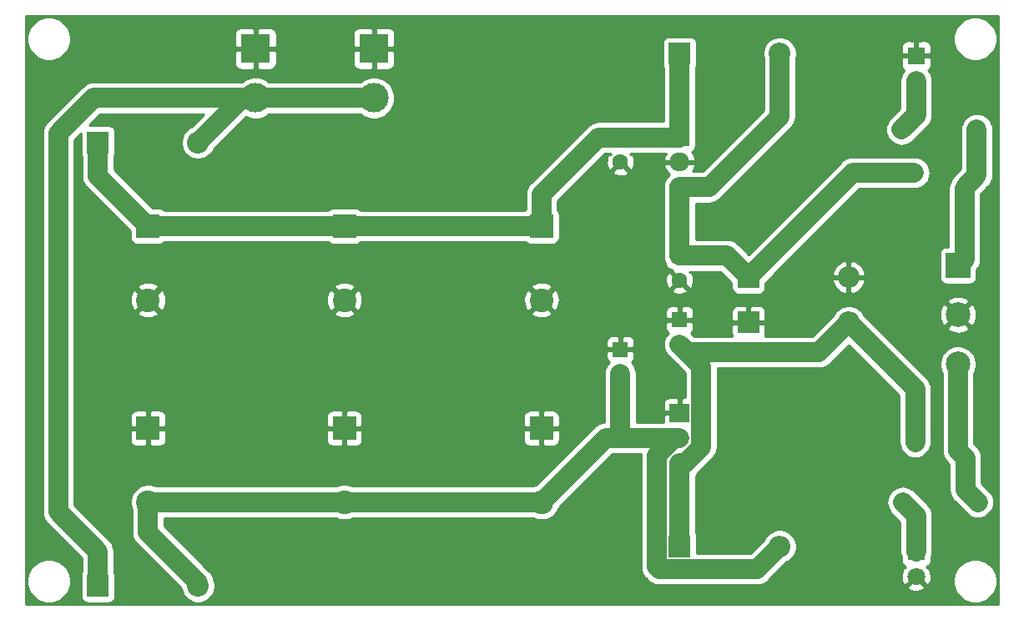
<source format=gbr>
%TF.GenerationSoftware,KiCad,Pcbnew,5.1.8-db9833491~87~ubuntu20.04.1*%
%TF.CreationDate,2020-11-17T16:36:07-05:00*%
%TF.ProjectId,mfosish_ww_supply,6d666f73-6973-4685-9f77-775f73757070,rev?*%
%TF.SameCoordinates,Original*%
%TF.FileFunction,Copper,L1,Top*%
%TF.FilePolarity,Positive*%
%FSLAX46Y46*%
G04 Gerber Fmt 4.6, Leading zero omitted, Abs format (unit mm)*
G04 Created by KiCad (PCBNEW 5.1.8-db9833491~87~ubuntu20.04.1) date 2020-11-17 16:36:07*
%MOMM*%
%LPD*%
G01*
G04 APERTURE LIST*
%TA.AperFunction,ComponentPad*%
%ADD10C,3.000000*%
%TD*%
%TA.AperFunction,ComponentPad*%
%ADD11R,3.000000X3.000000*%
%TD*%
%TA.AperFunction,ComponentPad*%
%ADD12C,1.600000*%
%TD*%
%TA.AperFunction,ComponentPad*%
%ADD13R,1.600000X1.600000*%
%TD*%
%TA.AperFunction,ComponentPad*%
%ADD14O,2.000000X1.905000*%
%TD*%
%TA.AperFunction,ComponentPad*%
%ADD15R,2.000000X1.905000*%
%TD*%
%TA.AperFunction,ComponentPad*%
%ADD16O,2.200000X2.200000*%
%TD*%
%TA.AperFunction,ComponentPad*%
%ADD17R,2.200000X2.200000*%
%TD*%
%TA.AperFunction,ComponentPad*%
%ADD18C,2.400000*%
%TD*%
%TA.AperFunction,ComponentPad*%
%ADD19R,2.400000X2.400000*%
%TD*%
%TA.AperFunction,ComponentPad*%
%ADD20O,1.600000X1.600000*%
%TD*%
%TA.AperFunction,ComponentPad*%
%ADD21C,2.500000*%
%TD*%
%TA.AperFunction,ComponentPad*%
%ADD22R,2.500000X2.500000*%
%TD*%
%TA.AperFunction,ComponentPad*%
%ADD23C,1.270000*%
%TD*%
%TA.AperFunction,ComponentPad*%
%ADD24C,1.800000*%
%TD*%
%TA.AperFunction,ComponentPad*%
%ADD25R,1.800000X1.800000*%
%TD*%
%TA.AperFunction,Conductor*%
%ADD26C,2.000000*%
%TD*%
%TA.AperFunction,Conductor*%
%ADD27C,0.254000*%
%TD*%
%TA.AperFunction,Conductor*%
%ADD28C,0.100000*%
%TD*%
G04 APERTURE END LIST*
D10*
%TO.P,J3,2*%
%TO.N,Net-(D1-Pad2)*%
X86000000Y-73000000D03*
D11*
%TO.P,J3,1*%
%TO.N,GND*%
X86000000Y-68000000D03*
%TD*%
D10*
%TO.P,J1,2*%
%TO.N,Net-(D1-Pad2)*%
X74000000Y-73000000D03*
D11*
%TO.P,J1,1*%
%TO.N,GND*%
X74000000Y-68000000D03*
%TD*%
D12*
%TO.P,C8,2*%
%TO.N,Net-(C2-Pad2)*%
X111000000Y-101000000D03*
D13*
%TO.P,C8,1*%
%TO.N,GND*%
X111000000Y-98500000D03*
%TD*%
D14*
%TO.P,U2,3*%
%TO.N,Net-(C10-Pad2)*%
X117000000Y-110040000D03*
%TO.P,U2,2*%
%TO.N,Net-(C2-Pad2)*%
X117000000Y-107500000D03*
D15*
%TO.P,U2,1*%
%TO.N,GND*%
X117000000Y-104960000D03*
%TD*%
D16*
%TO.P,D4,2*%
%TO.N,Net-(C2-Pad2)*%
X127160000Y-118500000D03*
D17*
%TO.P,D4,1*%
%TO.N,Net-(C10-Pad2)*%
X117000000Y-118500000D03*
%TD*%
D18*
%TO.P,C1,2*%
%TO.N,GND*%
X63080000Y-93500000D03*
D19*
%TO.P,C1,1*%
%TO.N,Net-(C1-Pad1)*%
X63080000Y-86000000D03*
%TD*%
D14*
%TO.P,U1,3*%
%TO.N,Net-(C9-Pad1)*%
X117000000Y-82040000D03*
%TO.P,U1,2*%
%TO.N,GND*%
X117000000Y-79500000D03*
D15*
%TO.P,U1,1*%
%TO.N,Net-(C1-Pad1)*%
X117000000Y-76960000D03*
%TD*%
D20*
%TO.P,R2,2*%
%TO.N,-12V*%
X147260000Y-114000000D03*
D12*
%TO.P,R2,1*%
%TO.N,Net-(D8-Pad1)*%
X139640000Y-114000000D03*
%TD*%
D20*
%TO.P,R1,2*%
%TO.N,+12V*%
X147160000Y-76200000D03*
D12*
%TO.P,R1,1*%
%TO.N,Net-(D7-Pad2)*%
X139540000Y-76200000D03*
%TD*%
D21*
%TO.P,J2,3*%
%TO.N,-12V*%
X145250000Y-100000000D03*
%TO.P,J2,2*%
%TO.N,GND*%
X145250000Y-95000000D03*
D22*
%TO.P,J2,1*%
%TO.N,+12V*%
X145250000Y-90000000D03*
%TD*%
D23*
%TO.P,F2,1*%
%TO.N,-12V*%
X146000000Y-109500000D03*
%TO.P,F2,2*%
%TO.N,Net-(C10-Pad2)*%
X140900000Y-107900000D03*
%TD*%
%TO.P,F1,1*%
%TO.N,+12V*%
X145900000Y-82200000D03*
%TO.P,F1,2*%
%TO.N,Net-(C9-Pad1)*%
X140800000Y-80600000D03*
%TD*%
D24*
%TO.P,D8,2*%
%TO.N,GND*%
X141000000Y-121540000D03*
D25*
%TO.P,D8,1*%
%TO.N,Net-(D8-Pad1)*%
X141000000Y-119000000D03*
%TD*%
D24*
%TO.P,D7,2*%
%TO.N,Net-(D7-Pad2)*%
X141000000Y-71240000D03*
D25*
%TO.P,D7,1*%
%TO.N,GND*%
X141000000Y-68700000D03*
%TD*%
D16*
%TO.P,D6,2*%
%TO.N,Net-(C10-Pad2)*%
X134160000Y-95777712D03*
D17*
%TO.P,D6,1*%
%TO.N,GND*%
X124000000Y-95777712D03*
%TD*%
D16*
%TO.P,D5,2*%
%TO.N,GND*%
X134160000Y-91180000D03*
D17*
%TO.P,D5,1*%
%TO.N,Net-(C9-Pad1)*%
X124000000Y-91180000D03*
%TD*%
D16*
%TO.P,D3,2*%
%TO.N,Net-(C9-Pad1)*%
X127160000Y-68500000D03*
D17*
%TO.P,D3,1*%
%TO.N,Net-(C1-Pad1)*%
X117000000Y-68500000D03*
%TD*%
D16*
%TO.P,D2,2*%
%TO.N,Net-(C2-Pad2)*%
X68160000Y-122500000D03*
D17*
%TO.P,D2,1*%
%TO.N,Net-(D1-Pad2)*%
X58000000Y-122500000D03*
%TD*%
D16*
%TO.P,D1,2*%
%TO.N,Net-(D1-Pad2)*%
X68160000Y-77500000D03*
D17*
%TO.P,D1,1*%
%TO.N,Net-(C1-Pad1)*%
X58000000Y-77500000D03*
%TD*%
D12*
%TO.P,C10,2*%
%TO.N,Net-(C10-Pad2)*%
X117000000Y-98000000D03*
D13*
%TO.P,C10,1*%
%TO.N,GND*%
X117000000Y-95500000D03*
%TD*%
D12*
%TO.P,C9,2*%
%TO.N,GND*%
X117000000Y-91500000D03*
D13*
%TO.P,C9,1*%
%TO.N,Net-(C9-Pad1)*%
X117000000Y-89000000D03*
%TD*%
D12*
%TO.P,C7,2*%
%TO.N,GND*%
X111000000Y-79500000D03*
D13*
%TO.P,C7,1*%
%TO.N,Net-(C1-Pad1)*%
X111000000Y-77000000D03*
%TD*%
D18*
%TO.P,C6,2*%
%TO.N,Net-(C2-Pad2)*%
X103000000Y-114000000D03*
D19*
%TO.P,C6,1*%
%TO.N,GND*%
X103000000Y-106500000D03*
%TD*%
D18*
%TO.P,C5,2*%
%TO.N,GND*%
X103000000Y-93500000D03*
D19*
%TO.P,C5,1*%
%TO.N,Net-(C1-Pad1)*%
X103000000Y-86000000D03*
%TD*%
D18*
%TO.P,C4,2*%
%TO.N,Net-(C2-Pad2)*%
X83000000Y-114000000D03*
D19*
%TO.P,C4,1*%
%TO.N,GND*%
X83000000Y-106500000D03*
%TD*%
D18*
%TO.P,C3,2*%
%TO.N,GND*%
X83000000Y-93500000D03*
D19*
%TO.P,C3,1*%
%TO.N,Net-(C1-Pad1)*%
X83000000Y-86000000D03*
%TD*%
D18*
%TO.P,C2,2*%
%TO.N,Net-(C2-Pad2)*%
X63080000Y-114000000D03*
D19*
%TO.P,C2,1*%
%TO.N,GND*%
X63080000Y-106500000D03*
%TD*%
D26*
%TO.N,Net-(C1-Pad1)*%
X63000000Y-86000000D02*
X83000000Y-86000000D01*
X83000000Y-86000000D02*
X103000000Y-86000000D01*
X117000000Y-68500000D02*
X117000000Y-76960000D01*
X58000000Y-80920000D02*
X63080000Y-86000000D01*
X58000000Y-77500000D02*
X58000000Y-80920000D01*
X108800000Y-77000000D02*
X111000000Y-77000000D01*
X103000000Y-82800000D02*
X108800000Y-77000000D01*
X103000000Y-86000000D02*
X103000000Y-82800000D01*
X116960000Y-77000000D02*
X117000000Y-76960000D01*
X111000000Y-77000000D02*
X116960000Y-77000000D01*
%TO.N,Net-(C2-Pad2)*%
X63000000Y-114000000D02*
X70660000Y-114000000D01*
X70660000Y-114000000D02*
X83000000Y-114000000D01*
X103000000Y-114000000D02*
X83000000Y-114000000D01*
X63080000Y-117080000D02*
X63080000Y-114000000D01*
X68160000Y-122160000D02*
X63080000Y-117080000D01*
X68160000Y-122500000D02*
X68160000Y-122160000D01*
X103000000Y-114000000D02*
X109500000Y-107500000D01*
X111000000Y-107000000D02*
X111500000Y-107500000D01*
X111000000Y-101000000D02*
X111000000Y-107000000D01*
X111500000Y-107500000D02*
X117000000Y-107500000D01*
X109500000Y-107500000D02*
X111500000Y-107500000D01*
X124859999Y-120800001D02*
X127160000Y-118500000D01*
X114699999Y-120560001D02*
X114939999Y-120800001D01*
X114699999Y-109248392D02*
X114699999Y-120560001D01*
X116448391Y-107500000D02*
X114699999Y-109248392D01*
X114939999Y-120800001D02*
X124859999Y-120800001D01*
X117000000Y-107500000D02*
X116448391Y-107500000D01*
%TO.N,Net-(C9-Pad1)*%
X127160000Y-74880000D02*
X120000000Y-82040000D01*
X120000000Y-82040000D02*
X117000000Y-82040000D01*
X127160000Y-68500000D02*
X127160000Y-74880000D01*
X117000000Y-82040000D02*
X117000000Y-89000000D01*
X121820000Y-89000000D02*
X124000000Y-91180000D01*
X117000000Y-89000000D02*
X121820000Y-89000000D01*
X134580000Y-80600000D02*
X124000000Y-91180000D01*
X140800000Y-80600000D02*
X134580000Y-80600000D01*
%TO.N,Net-(C10-Pad2)*%
X140900000Y-102517712D02*
X134160000Y-95777712D01*
X140900000Y-107900000D02*
X140900000Y-102517712D01*
X117799999Y-98799999D02*
X117000000Y-98000000D01*
X134160000Y-95777712D02*
X131137713Y-98799999D01*
X131137713Y-98799999D02*
X117799999Y-98799999D01*
X117000000Y-110059674D02*
X117000000Y-118500000D01*
X117019674Y-110040000D02*
X117000000Y-110059674D01*
X117571283Y-110040000D02*
X117019674Y-110040000D01*
X119200010Y-108411273D02*
X117571283Y-110040000D01*
X119200010Y-100200010D02*
X119200010Y-108411273D01*
X117000000Y-98000000D02*
X119200010Y-100200010D01*
%TO.N,Net-(D1-Pad2)*%
X54000000Y-115000000D02*
X54000000Y-76569999D01*
X58000000Y-119000000D02*
X54000000Y-115000000D01*
X58000000Y-122500000D02*
X58000000Y-119000000D01*
X57569999Y-73000000D02*
X74000000Y-73000000D01*
X54000000Y-76569999D02*
X57569999Y-73000000D01*
X72660000Y-73000000D02*
X68160000Y-77500000D01*
X74000000Y-73000000D02*
X72660000Y-73000000D01*
X74000000Y-73000000D02*
X86000000Y-73000000D01*
%TO.N,Net-(D7-Pad2)*%
X141000000Y-74740000D02*
X139540000Y-76200000D01*
X141000000Y-71240000D02*
X141000000Y-74740000D01*
%TO.N,Net-(D8-Pad1)*%
X141000000Y-115360000D02*
X139640000Y-114000000D01*
X141000000Y-119000000D02*
X141000000Y-115360000D01*
%TO.N,+12V*%
X147160000Y-80840000D02*
X146000000Y-82000000D01*
X147160000Y-76200000D02*
X147160000Y-80840000D01*
X145900000Y-89350000D02*
X145250000Y-90000000D01*
X145900000Y-82200000D02*
X145900000Y-89350000D01*
%TO.N,-12V*%
X145250000Y-108750000D02*
X146000000Y-109500000D01*
X145250000Y-100000000D02*
X145250000Y-108750000D01*
X146000000Y-112740000D02*
X147260000Y-114000000D01*
X146000000Y-109500000D02*
X146000000Y-112740000D01*
%TD*%
D27*
%TO.N,GND*%
X149340001Y-124340000D02*
X50660000Y-124340000D01*
X50660000Y-121779872D01*
X50765000Y-121779872D01*
X50765000Y-122220128D01*
X50850890Y-122651925D01*
X51019369Y-123058669D01*
X51263962Y-123424729D01*
X51575271Y-123736038D01*
X51941331Y-123980631D01*
X52348075Y-124149110D01*
X52779872Y-124235000D01*
X53220128Y-124235000D01*
X53651925Y-124149110D01*
X54058669Y-123980631D01*
X54424729Y-123736038D01*
X54736038Y-123424729D01*
X54980631Y-123058669D01*
X55149110Y-122651925D01*
X55235000Y-122220128D01*
X55235000Y-121779872D01*
X55149110Y-121348075D01*
X54980631Y-120941331D01*
X54736038Y-120575271D01*
X54424729Y-120263962D01*
X54058669Y-120019369D01*
X53651925Y-119850890D01*
X53220128Y-119765000D01*
X52779872Y-119765000D01*
X52348075Y-119850890D01*
X51941331Y-120019369D01*
X51575271Y-120263962D01*
X51263962Y-120575271D01*
X51019369Y-120941331D01*
X50850890Y-121348075D01*
X50765000Y-121779872D01*
X50660000Y-121779872D01*
X50660000Y-76569999D01*
X52357089Y-76569999D01*
X52365001Y-76650328D01*
X52365000Y-114919681D01*
X52357089Y-115000000D01*
X52365000Y-115080319D01*
X52365000Y-115080321D01*
X52388657Y-115320515D01*
X52482148Y-115628714D01*
X52633969Y-115912751D01*
X52838286Y-116161714D01*
X52900687Y-116212925D01*
X56365001Y-119677240D01*
X56365000Y-121053855D01*
X56310498Y-121155820D01*
X56274188Y-121275518D01*
X56261928Y-121400000D01*
X56261928Y-123600000D01*
X56274188Y-123724482D01*
X56310498Y-123844180D01*
X56369463Y-123954494D01*
X56448815Y-124051185D01*
X56545506Y-124130537D01*
X56655820Y-124189502D01*
X56775518Y-124225812D01*
X56900000Y-124238072D01*
X59100000Y-124238072D01*
X59224482Y-124225812D01*
X59344180Y-124189502D01*
X59454494Y-124130537D01*
X59551185Y-124051185D01*
X59630537Y-123954494D01*
X59689502Y-123844180D01*
X59725812Y-123724482D01*
X59738072Y-123600000D01*
X59738072Y-121400000D01*
X59725812Y-121275518D01*
X59689502Y-121155820D01*
X59635000Y-121053856D01*
X59635000Y-119080319D01*
X59642911Y-118999999D01*
X59634745Y-118917090D01*
X59611343Y-118679484D01*
X59517852Y-118371285D01*
X59366031Y-118087248D01*
X59161714Y-117838286D01*
X59099319Y-117787080D01*
X55635000Y-114322762D01*
X55635000Y-113819268D01*
X61245000Y-113819268D01*
X61245000Y-114180732D01*
X61315518Y-114535250D01*
X61445001Y-114847849D01*
X61445000Y-116999680D01*
X61437089Y-117080000D01*
X61445000Y-117160319D01*
X61445000Y-117160321D01*
X61468657Y-117400515D01*
X61562148Y-117708714D01*
X61713969Y-117992751D01*
X61918286Y-118241714D01*
X61980687Y-118292925D01*
X66441476Y-122753715D01*
X66491675Y-123006081D01*
X66622463Y-123321831D01*
X66812337Y-123605998D01*
X67054002Y-123847663D01*
X67338169Y-124037537D01*
X67653919Y-124168325D01*
X67989117Y-124235000D01*
X68330883Y-124235000D01*
X68666081Y-124168325D01*
X68981831Y-124037537D01*
X69265998Y-123847663D01*
X69507663Y-123605998D01*
X69697537Y-123321831D01*
X69828325Y-123006081D01*
X69895000Y-122670883D01*
X69895000Y-122604080D01*
X140115525Y-122604080D01*
X140199208Y-122858261D01*
X140471775Y-122989158D01*
X140764642Y-123064365D01*
X141066553Y-123080991D01*
X141365907Y-123038397D01*
X141651199Y-122938222D01*
X141800792Y-122858261D01*
X141884475Y-122604080D01*
X141000000Y-121719605D01*
X140115525Y-122604080D01*
X69895000Y-122604080D01*
X69895000Y-122329117D01*
X69828325Y-121993919D01*
X69773523Y-121861614D01*
X69771343Y-121839485D01*
X69700684Y-121606553D01*
X69677852Y-121531285D01*
X69579924Y-121348075D01*
X69526031Y-121247248D01*
X69321714Y-120998286D01*
X69259319Y-120947080D01*
X64715000Y-116402762D01*
X64715000Y-115635000D01*
X82152152Y-115635000D01*
X82464750Y-115764482D01*
X82819268Y-115835000D01*
X83180732Y-115835000D01*
X83535250Y-115764482D01*
X83847848Y-115635000D01*
X102152152Y-115635000D01*
X102464750Y-115764482D01*
X102819268Y-115835000D01*
X103180732Y-115835000D01*
X103535250Y-115764482D01*
X103869199Y-115626156D01*
X104169744Y-115425338D01*
X104425338Y-115169744D01*
X104626156Y-114869199D01*
X104755639Y-114556599D01*
X110177239Y-109135000D01*
X111419678Y-109135000D01*
X111500000Y-109142911D01*
X111580322Y-109135000D01*
X113068256Y-109135000D01*
X113057088Y-109248392D01*
X113064999Y-109328712D01*
X113065000Y-120479672D01*
X113057088Y-120560001D01*
X113088657Y-120880517D01*
X113182147Y-121188715D01*
X113267327Y-121348075D01*
X113333969Y-121472753D01*
X113538286Y-121721715D01*
X113600681Y-121772921D01*
X113727074Y-121899314D01*
X113778285Y-121961715D01*
X114027247Y-122166032D01*
X114311284Y-122317853D01*
X114619483Y-122411344D01*
X114859677Y-122435001D01*
X114859679Y-122435001D01*
X114939998Y-122442912D01*
X115020318Y-122435001D01*
X124779680Y-122435001D01*
X124859999Y-122442912D01*
X124940318Y-122435001D01*
X124940321Y-122435001D01*
X125180515Y-122411344D01*
X125488714Y-122317853D01*
X125772751Y-122166032D01*
X126021713Y-121961715D01*
X126072923Y-121899315D01*
X127901378Y-120070862D01*
X127981831Y-120037537D01*
X128265998Y-119847663D01*
X128507663Y-119605998D01*
X128697537Y-119321831D01*
X128828325Y-119006081D01*
X128895000Y-118670883D01*
X128895000Y-118329117D01*
X128828325Y-117993919D01*
X128697537Y-117678169D01*
X128507663Y-117394002D01*
X128265998Y-117152337D01*
X127981831Y-116962463D01*
X127666081Y-116831675D01*
X127330883Y-116765000D01*
X126989117Y-116765000D01*
X126653919Y-116831675D01*
X126338169Y-116962463D01*
X126054002Y-117152337D01*
X125812337Y-117394002D01*
X125622463Y-117678169D01*
X125589138Y-117758622D01*
X124182761Y-119165001D01*
X118738072Y-119165001D01*
X118738072Y-117400000D01*
X118725812Y-117275518D01*
X118689502Y-117155820D01*
X118635000Y-117053856D01*
X118635000Y-114000000D01*
X137997089Y-114000000D01*
X138028658Y-114320516D01*
X138122148Y-114628714D01*
X138273970Y-114912752D01*
X138427085Y-115099323D01*
X139365001Y-116037239D01*
X139365000Y-119080321D01*
X139388657Y-119320515D01*
X139461928Y-119562057D01*
X139461928Y-119900000D01*
X139474188Y-120024482D01*
X139510498Y-120144180D01*
X139569463Y-120254494D01*
X139648815Y-120351185D01*
X139745506Y-120430537D01*
X139855820Y-120489502D01*
X139866735Y-120492813D01*
X139819970Y-120539578D01*
X139935918Y-120655526D01*
X139681739Y-120739208D01*
X139550842Y-121011775D01*
X139475635Y-121304642D01*
X139459009Y-121606553D01*
X139501603Y-121905907D01*
X139601778Y-122191199D01*
X139681739Y-122340792D01*
X139935920Y-122424475D01*
X140820395Y-121540000D01*
X140806253Y-121525858D01*
X140985858Y-121346253D01*
X141000000Y-121360395D01*
X141014143Y-121346253D01*
X141193748Y-121525858D01*
X141179605Y-121540000D01*
X142064080Y-122424475D01*
X142318261Y-122340792D01*
X142449158Y-122068225D01*
X142523205Y-121779872D01*
X144765000Y-121779872D01*
X144765000Y-122220128D01*
X144850890Y-122651925D01*
X145019369Y-123058669D01*
X145263962Y-123424729D01*
X145575271Y-123736038D01*
X145941331Y-123980631D01*
X146348075Y-124149110D01*
X146779872Y-124235000D01*
X147220128Y-124235000D01*
X147651925Y-124149110D01*
X148058669Y-123980631D01*
X148424729Y-123736038D01*
X148736038Y-123424729D01*
X148980631Y-123058669D01*
X149149110Y-122651925D01*
X149235000Y-122220128D01*
X149235000Y-121779872D01*
X149149110Y-121348075D01*
X148980631Y-120941331D01*
X148736038Y-120575271D01*
X148424729Y-120263962D01*
X148058669Y-120019369D01*
X147651925Y-119850890D01*
X147220128Y-119765000D01*
X146779872Y-119765000D01*
X146348075Y-119850890D01*
X145941331Y-120019369D01*
X145575271Y-120263962D01*
X145263962Y-120575271D01*
X145019369Y-120941331D01*
X144850890Y-121348075D01*
X144765000Y-121779872D01*
X142523205Y-121779872D01*
X142524365Y-121775358D01*
X142540991Y-121473447D01*
X142498397Y-121174093D01*
X142398222Y-120888801D01*
X142318261Y-120739208D01*
X142064082Y-120655526D01*
X142180030Y-120539578D01*
X142133265Y-120492813D01*
X142144180Y-120489502D01*
X142254494Y-120430537D01*
X142351185Y-120351185D01*
X142430537Y-120254494D01*
X142489502Y-120144180D01*
X142525812Y-120024482D01*
X142538072Y-119900000D01*
X142538072Y-119562058D01*
X142611343Y-119320516D01*
X142635000Y-119080322D01*
X142635000Y-115440319D01*
X142642911Y-115359999D01*
X142624172Y-115169744D01*
X142611343Y-115039484D01*
X142517852Y-114731285D01*
X142366031Y-114447248D01*
X142161714Y-114198286D01*
X142099318Y-114147079D01*
X140739323Y-112787085D01*
X140552752Y-112633970D01*
X140268714Y-112482148D01*
X139960516Y-112388658D01*
X139640000Y-112357089D01*
X139319484Y-112388658D01*
X139011286Y-112482148D01*
X138727248Y-112633970D01*
X138478287Y-112838287D01*
X138273970Y-113087248D01*
X138122148Y-113371286D01*
X138028658Y-113679484D01*
X137997089Y-114000000D01*
X118635000Y-114000000D01*
X118635000Y-111282138D01*
X118732997Y-111201714D01*
X118784208Y-111139314D01*
X120299328Y-109624194D01*
X120361724Y-109572987D01*
X120566041Y-109324025D01*
X120717862Y-109039988D01*
X120747988Y-108940677D01*
X120811353Y-108731790D01*
X120842921Y-108411273D01*
X120835010Y-108330951D01*
X120835010Y-100434999D01*
X131057394Y-100434999D01*
X131137713Y-100442910D01*
X131218032Y-100434999D01*
X131218035Y-100434999D01*
X131458229Y-100411342D01*
X131766428Y-100317851D01*
X132050465Y-100166030D01*
X132299427Y-99961713D01*
X132350638Y-99899312D01*
X134160000Y-98089950D01*
X139265001Y-103194952D01*
X139265000Y-107980321D01*
X139288657Y-108220515D01*
X139382148Y-108528714D01*
X139533969Y-108812751D01*
X139738286Y-109061714D01*
X139987248Y-109266031D01*
X140271285Y-109417852D01*
X140579484Y-109511343D01*
X140900000Y-109542911D01*
X141220515Y-109511343D01*
X141528714Y-109417852D01*
X141812751Y-109266031D01*
X142061714Y-109061714D01*
X142266031Y-108812752D01*
X142417852Y-108528715D01*
X142511343Y-108220516D01*
X142535000Y-107980322D01*
X142535000Y-102598031D01*
X142542911Y-102517711D01*
X142535000Y-102437390D01*
X142511343Y-102197196D01*
X142417852Y-101888997D01*
X142266031Y-101604960D01*
X142061714Y-101355998D01*
X141999319Y-101304792D01*
X140508871Y-99814344D01*
X143365000Y-99814344D01*
X143365000Y-100185656D01*
X143437439Y-100549834D01*
X143579534Y-100892882D01*
X143615000Y-100945961D01*
X143615001Y-108669671D01*
X143607089Y-108750000D01*
X143638658Y-109070516D01*
X143732148Y-109378714D01*
X143863836Y-109625084D01*
X143883970Y-109662752D01*
X144088287Y-109911714D01*
X144150682Y-109962920D01*
X144365000Y-110177238D01*
X144365001Y-112659671D01*
X144357089Y-112740000D01*
X144388658Y-113060516D01*
X144482148Y-113368714D01*
X144542780Y-113482148D01*
X144633970Y-113652752D01*
X144838287Y-113901714D01*
X144900682Y-113952920D01*
X146160676Y-115212915D01*
X146347247Y-115366030D01*
X146631285Y-115517852D01*
X146939483Y-115611342D01*
X147259999Y-115642911D01*
X147580516Y-115611342D01*
X147888714Y-115517852D01*
X148172752Y-115366030D01*
X148421713Y-115161713D01*
X148626030Y-114912752D01*
X148777852Y-114628714D01*
X148871342Y-114320516D01*
X148902911Y-113999999D01*
X148871342Y-113679483D01*
X148777852Y-113371285D01*
X148626030Y-113087247D01*
X148472915Y-112900676D01*
X147635000Y-112062762D01*
X147635000Y-109580319D01*
X147642911Y-109499999D01*
X147634173Y-109411285D01*
X147611343Y-109179484D01*
X147517852Y-108871285D01*
X147366031Y-108587248D01*
X147161714Y-108338286D01*
X147099314Y-108287076D01*
X146885000Y-108072762D01*
X146885000Y-100945961D01*
X146920466Y-100892882D01*
X147062561Y-100549834D01*
X147135000Y-100185656D01*
X147135000Y-99814344D01*
X147062561Y-99450166D01*
X146920466Y-99107118D01*
X146714175Y-98798382D01*
X146451618Y-98535825D01*
X146142882Y-98329534D01*
X145799834Y-98187439D01*
X145435656Y-98115000D01*
X145064344Y-98115000D01*
X144700166Y-98187439D01*
X144357118Y-98329534D01*
X144048382Y-98535825D01*
X143785825Y-98798382D01*
X143579534Y-99107118D01*
X143437439Y-99450166D01*
X143365000Y-99814344D01*
X140508871Y-99814344D01*
X137008132Y-96313605D01*
X144116000Y-96313605D01*
X144241914Y-96603577D01*
X144574126Y-96769433D01*
X144932312Y-96867290D01*
X145302706Y-96893389D01*
X145671075Y-96846725D01*
X146023262Y-96729094D01*
X146258086Y-96603577D01*
X146384000Y-96313605D01*
X145250000Y-95179605D01*
X144116000Y-96313605D01*
X137008132Y-96313605D01*
X135747233Y-95052706D01*
X143356611Y-95052706D01*
X143403275Y-95421075D01*
X143520906Y-95773262D01*
X143646423Y-96008086D01*
X143936395Y-96134000D01*
X145070395Y-95000000D01*
X145429605Y-95000000D01*
X146563605Y-96134000D01*
X146853577Y-96008086D01*
X147019433Y-95675874D01*
X147117290Y-95317688D01*
X147143389Y-94947294D01*
X147096725Y-94578925D01*
X146979094Y-94226738D01*
X146853577Y-93991914D01*
X146563605Y-93866000D01*
X145429605Y-95000000D01*
X145070395Y-95000000D01*
X143936395Y-93866000D01*
X143646423Y-93991914D01*
X143480567Y-94324126D01*
X143382710Y-94682312D01*
X143356611Y-95052706D01*
X135747233Y-95052706D01*
X135730863Y-95036337D01*
X135697537Y-94955881D01*
X135507663Y-94671714D01*
X135265998Y-94430049D01*
X134981831Y-94240175D01*
X134666081Y-94109387D01*
X134330883Y-94042712D01*
X133989117Y-94042712D01*
X133653919Y-94109387D01*
X133338169Y-94240175D01*
X133054002Y-94430049D01*
X132812337Y-94671714D01*
X132622463Y-94955881D01*
X132589138Y-95036336D01*
X130460475Y-97164999D01*
X125666460Y-97164999D01*
X125689502Y-97121892D01*
X125725812Y-97002194D01*
X125738072Y-96877712D01*
X125735000Y-96063462D01*
X125576250Y-95904712D01*
X124127000Y-95904712D01*
X124127000Y-95924712D01*
X123873000Y-95924712D01*
X123873000Y-95904712D01*
X122423750Y-95904712D01*
X122265000Y-96063462D01*
X122261928Y-96877712D01*
X122274188Y-97002194D01*
X122310498Y-97121892D01*
X122333540Y-97164999D01*
X118477237Y-97164999D01*
X118146857Y-96834619D01*
X118154494Y-96830537D01*
X118251185Y-96751185D01*
X118330537Y-96654494D01*
X118389502Y-96544180D01*
X118425812Y-96424482D01*
X118438072Y-96300000D01*
X118435000Y-95785750D01*
X118276250Y-95627000D01*
X117127000Y-95627000D01*
X117127000Y-95647000D01*
X116873000Y-95647000D01*
X116873000Y-95627000D01*
X115723750Y-95627000D01*
X115565000Y-95785750D01*
X115561928Y-96300000D01*
X115574188Y-96424482D01*
X115610498Y-96544180D01*
X115669463Y-96654494D01*
X115748815Y-96751185D01*
X115845506Y-96830537D01*
X115846853Y-96831257D01*
X115838287Y-96838287D01*
X115633970Y-97087248D01*
X115482148Y-97371286D01*
X115388658Y-97679484D01*
X115357089Y-98000000D01*
X115388658Y-98320516D01*
X115482148Y-98628714D01*
X115633970Y-98912752D01*
X115787085Y-99099323D01*
X116587076Y-99899314D01*
X116638285Y-99961713D01*
X116700684Y-100012922D01*
X117565010Y-100877249D01*
X117565010Y-103371299D01*
X117285750Y-103372500D01*
X117127000Y-103531250D01*
X117127000Y-104833000D01*
X117147000Y-104833000D01*
X117147000Y-105087000D01*
X117127000Y-105087000D01*
X117127000Y-105107000D01*
X116873000Y-105107000D01*
X116873000Y-105087000D01*
X115523750Y-105087000D01*
X115365000Y-105245750D01*
X115362147Y-105865000D01*
X112635000Y-105865000D01*
X112635000Y-104007500D01*
X115361928Y-104007500D01*
X115365000Y-104674250D01*
X115523750Y-104833000D01*
X116873000Y-104833000D01*
X116873000Y-103531250D01*
X116714250Y-103372500D01*
X116000000Y-103369428D01*
X115875518Y-103381688D01*
X115755820Y-103417998D01*
X115645506Y-103476963D01*
X115548815Y-103556315D01*
X115469463Y-103653006D01*
X115410498Y-103763320D01*
X115374188Y-103883018D01*
X115361928Y-104007500D01*
X112635000Y-104007500D01*
X112635000Y-100919678D01*
X112611343Y-100679484D01*
X112517852Y-100371285D01*
X112366031Y-100087248D01*
X112161714Y-99838286D01*
X112153148Y-99831256D01*
X112154494Y-99830537D01*
X112251185Y-99751185D01*
X112330537Y-99654494D01*
X112389502Y-99544180D01*
X112425812Y-99424482D01*
X112438072Y-99300000D01*
X112435000Y-98785750D01*
X112276250Y-98627000D01*
X111127000Y-98627000D01*
X111127000Y-98647000D01*
X110873000Y-98647000D01*
X110873000Y-98627000D01*
X109723750Y-98627000D01*
X109565000Y-98785750D01*
X109561928Y-99300000D01*
X109574188Y-99424482D01*
X109610498Y-99544180D01*
X109669463Y-99654494D01*
X109748815Y-99751185D01*
X109845506Y-99830537D01*
X109846852Y-99831256D01*
X109838286Y-99838286D01*
X109633969Y-100087249D01*
X109482148Y-100371286D01*
X109388657Y-100679485D01*
X109365000Y-100919679D01*
X109365001Y-105870385D01*
X109179484Y-105888657D01*
X108871285Y-105982148D01*
X108587248Y-106133969D01*
X108338286Y-106338286D01*
X108287080Y-106400681D01*
X102443401Y-112244361D01*
X102152152Y-112365000D01*
X83847848Y-112365000D01*
X83535250Y-112235518D01*
X83180732Y-112165000D01*
X82819268Y-112165000D01*
X82464750Y-112235518D01*
X82152152Y-112365000D01*
X63927848Y-112365000D01*
X63615250Y-112235518D01*
X63260732Y-112165000D01*
X62899268Y-112165000D01*
X62544750Y-112235518D01*
X62210801Y-112373844D01*
X61910256Y-112574662D01*
X61654662Y-112830256D01*
X61453844Y-113130801D01*
X61315518Y-113464750D01*
X61245000Y-113819268D01*
X55635000Y-113819268D01*
X55635000Y-107700000D01*
X61241928Y-107700000D01*
X61254188Y-107824482D01*
X61290498Y-107944180D01*
X61349463Y-108054494D01*
X61428815Y-108151185D01*
X61525506Y-108230537D01*
X61635820Y-108289502D01*
X61755518Y-108325812D01*
X61880000Y-108338072D01*
X62794250Y-108335000D01*
X62953000Y-108176250D01*
X62953000Y-106627000D01*
X63207000Y-106627000D01*
X63207000Y-108176250D01*
X63365750Y-108335000D01*
X64280000Y-108338072D01*
X64404482Y-108325812D01*
X64524180Y-108289502D01*
X64634494Y-108230537D01*
X64731185Y-108151185D01*
X64810537Y-108054494D01*
X64869502Y-107944180D01*
X64905812Y-107824482D01*
X64918072Y-107700000D01*
X81161928Y-107700000D01*
X81174188Y-107824482D01*
X81210498Y-107944180D01*
X81269463Y-108054494D01*
X81348815Y-108151185D01*
X81445506Y-108230537D01*
X81555820Y-108289502D01*
X81675518Y-108325812D01*
X81800000Y-108338072D01*
X82714250Y-108335000D01*
X82873000Y-108176250D01*
X82873000Y-106627000D01*
X83127000Y-106627000D01*
X83127000Y-108176250D01*
X83285750Y-108335000D01*
X84200000Y-108338072D01*
X84324482Y-108325812D01*
X84444180Y-108289502D01*
X84554494Y-108230537D01*
X84651185Y-108151185D01*
X84730537Y-108054494D01*
X84789502Y-107944180D01*
X84825812Y-107824482D01*
X84838072Y-107700000D01*
X101161928Y-107700000D01*
X101174188Y-107824482D01*
X101210498Y-107944180D01*
X101269463Y-108054494D01*
X101348815Y-108151185D01*
X101445506Y-108230537D01*
X101555820Y-108289502D01*
X101675518Y-108325812D01*
X101800000Y-108338072D01*
X102714250Y-108335000D01*
X102873000Y-108176250D01*
X102873000Y-106627000D01*
X103127000Y-106627000D01*
X103127000Y-108176250D01*
X103285750Y-108335000D01*
X104200000Y-108338072D01*
X104324482Y-108325812D01*
X104444180Y-108289502D01*
X104554494Y-108230537D01*
X104651185Y-108151185D01*
X104730537Y-108054494D01*
X104789502Y-107944180D01*
X104825812Y-107824482D01*
X104838072Y-107700000D01*
X104835000Y-106785750D01*
X104676250Y-106627000D01*
X103127000Y-106627000D01*
X102873000Y-106627000D01*
X101323750Y-106627000D01*
X101165000Y-106785750D01*
X101161928Y-107700000D01*
X84838072Y-107700000D01*
X84835000Y-106785750D01*
X84676250Y-106627000D01*
X83127000Y-106627000D01*
X82873000Y-106627000D01*
X81323750Y-106627000D01*
X81165000Y-106785750D01*
X81161928Y-107700000D01*
X64918072Y-107700000D01*
X64915000Y-106785750D01*
X64756250Y-106627000D01*
X63207000Y-106627000D01*
X62953000Y-106627000D01*
X61403750Y-106627000D01*
X61245000Y-106785750D01*
X61241928Y-107700000D01*
X55635000Y-107700000D01*
X55635000Y-105300000D01*
X61241928Y-105300000D01*
X61245000Y-106214250D01*
X61403750Y-106373000D01*
X62953000Y-106373000D01*
X62953000Y-104823750D01*
X63207000Y-104823750D01*
X63207000Y-106373000D01*
X64756250Y-106373000D01*
X64915000Y-106214250D01*
X64918072Y-105300000D01*
X81161928Y-105300000D01*
X81165000Y-106214250D01*
X81323750Y-106373000D01*
X82873000Y-106373000D01*
X82873000Y-104823750D01*
X83127000Y-104823750D01*
X83127000Y-106373000D01*
X84676250Y-106373000D01*
X84835000Y-106214250D01*
X84838072Y-105300000D01*
X101161928Y-105300000D01*
X101165000Y-106214250D01*
X101323750Y-106373000D01*
X102873000Y-106373000D01*
X102873000Y-104823750D01*
X103127000Y-104823750D01*
X103127000Y-106373000D01*
X104676250Y-106373000D01*
X104835000Y-106214250D01*
X104838072Y-105300000D01*
X104825812Y-105175518D01*
X104789502Y-105055820D01*
X104730537Y-104945506D01*
X104651185Y-104848815D01*
X104554494Y-104769463D01*
X104444180Y-104710498D01*
X104324482Y-104674188D01*
X104200000Y-104661928D01*
X103285750Y-104665000D01*
X103127000Y-104823750D01*
X102873000Y-104823750D01*
X102714250Y-104665000D01*
X101800000Y-104661928D01*
X101675518Y-104674188D01*
X101555820Y-104710498D01*
X101445506Y-104769463D01*
X101348815Y-104848815D01*
X101269463Y-104945506D01*
X101210498Y-105055820D01*
X101174188Y-105175518D01*
X101161928Y-105300000D01*
X84838072Y-105300000D01*
X84825812Y-105175518D01*
X84789502Y-105055820D01*
X84730537Y-104945506D01*
X84651185Y-104848815D01*
X84554494Y-104769463D01*
X84444180Y-104710498D01*
X84324482Y-104674188D01*
X84200000Y-104661928D01*
X83285750Y-104665000D01*
X83127000Y-104823750D01*
X82873000Y-104823750D01*
X82714250Y-104665000D01*
X81800000Y-104661928D01*
X81675518Y-104674188D01*
X81555820Y-104710498D01*
X81445506Y-104769463D01*
X81348815Y-104848815D01*
X81269463Y-104945506D01*
X81210498Y-105055820D01*
X81174188Y-105175518D01*
X81161928Y-105300000D01*
X64918072Y-105300000D01*
X64905812Y-105175518D01*
X64869502Y-105055820D01*
X64810537Y-104945506D01*
X64731185Y-104848815D01*
X64634494Y-104769463D01*
X64524180Y-104710498D01*
X64404482Y-104674188D01*
X64280000Y-104661928D01*
X63365750Y-104665000D01*
X63207000Y-104823750D01*
X62953000Y-104823750D01*
X62794250Y-104665000D01*
X61880000Y-104661928D01*
X61755518Y-104674188D01*
X61635820Y-104710498D01*
X61525506Y-104769463D01*
X61428815Y-104848815D01*
X61349463Y-104945506D01*
X61290498Y-105055820D01*
X61254188Y-105175518D01*
X61241928Y-105300000D01*
X55635000Y-105300000D01*
X55635000Y-97700000D01*
X109561928Y-97700000D01*
X109565000Y-98214250D01*
X109723750Y-98373000D01*
X110873000Y-98373000D01*
X110873000Y-97223750D01*
X111127000Y-97223750D01*
X111127000Y-98373000D01*
X112276250Y-98373000D01*
X112435000Y-98214250D01*
X112438072Y-97700000D01*
X112425812Y-97575518D01*
X112389502Y-97455820D01*
X112330537Y-97345506D01*
X112251185Y-97248815D01*
X112154494Y-97169463D01*
X112044180Y-97110498D01*
X111924482Y-97074188D01*
X111800000Y-97061928D01*
X111285750Y-97065000D01*
X111127000Y-97223750D01*
X110873000Y-97223750D01*
X110714250Y-97065000D01*
X110200000Y-97061928D01*
X110075518Y-97074188D01*
X109955820Y-97110498D01*
X109845506Y-97169463D01*
X109748815Y-97248815D01*
X109669463Y-97345506D01*
X109610498Y-97455820D01*
X109574188Y-97575518D01*
X109561928Y-97700000D01*
X55635000Y-97700000D01*
X55635000Y-94777980D01*
X61981626Y-94777980D01*
X62101514Y-95062836D01*
X62425210Y-95223699D01*
X62774069Y-95318322D01*
X63134684Y-95343067D01*
X63493198Y-95296985D01*
X63835833Y-95181846D01*
X64058486Y-95062836D01*
X64178374Y-94777980D01*
X81901626Y-94777980D01*
X82021514Y-95062836D01*
X82345210Y-95223699D01*
X82694069Y-95318322D01*
X83054684Y-95343067D01*
X83413198Y-95296985D01*
X83755833Y-95181846D01*
X83978486Y-95062836D01*
X84098374Y-94777980D01*
X101901626Y-94777980D01*
X102021514Y-95062836D01*
X102345210Y-95223699D01*
X102694069Y-95318322D01*
X103054684Y-95343067D01*
X103413198Y-95296985D01*
X103755833Y-95181846D01*
X103978486Y-95062836D01*
X104098374Y-94777980D01*
X104020395Y-94700000D01*
X115561928Y-94700000D01*
X115565000Y-95214250D01*
X115723750Y-95373000D01*
X116873000Y-95373000D01*
X116873000Y-94223750D01*
X117127000Y-94223750D01*
X117127000Y-95373000D01*
X118276250Y-95373000D01*
X118435000Y-95214250D01*
X118438072Y-94700000D01*
X118435877Y-94677712D01*
X122261928Y-94677712D01*
X122265000Y-95491962D01*
X122423750Y-95650712D01*
X123873000Y-95650712D01*
X123873000Y-94201462D01*
X124127000Y-94201462D01*
X124127000Y-95650712D01*
X125576250Y-95650712D01*
X125735000Y-95491962D01*
X125738072Y-94677712D01*
X125725812Y-94553230D01*
X125689502Y-94433532D01*
X125630537Y-94323218D01*
X125551185Y-94226527D01*
X125454494Y-94147175D01*
X125344180Y-94088210D01*
X125224482Y-94051900D01*
X125100000Y-94039640D01*
X124285750Y-94042712D01*
X124127000Y-94201462D01*
X123873000Y-94201462D01*
X123714250Y-94042712D01*
X122900000Y-94039640D01*
X122775518Y-94051900D01*
X122655820Y-94088210D01*
X122545506Y-94147175D01*
X122448815Y-94226527D01*
X122369463Y-94323218D01*
X122310498Y-94433532D01*
X122274188Y-94553230D01*
X122261928Y-94677712D01*
X118435877Y-94677712D01*
X118425812Y-94575518D01*
X118389502Y-94455820D01*
X118330537Y-94345506D01*
X118251185Y-94248815D01*
X118154494Y-94169463D01*
X118044180Y-94110498D01*
X117924482Y-94074188D01*
X117800000Y-94061928D01*
X117285750Y-94065000D01*
X117127000Y-94223750D01*
X116873000Y-94223750D01*
X116714250Y-94065000D01*
X116200000Y-94061928D01*
X116075518Y-94074188D01*
X115955820Y-94110498D01*
X115845506Y-94169463D01*
X115748815Y-94248815D01*
X115669463Y-94345506D01*
X115610498Y-94455820D01*
X115574188Y-94575518D01*
X115561928Y-94700000D01*
X104020395Y-94700000D01*
X103000000Y-93679605D01*
X101901626Y-94777980D01*
X84098374Y-94777980D01*
X83000000Y-93679605D01*
X81901626Y-94777980D01*
X64178374Y-94777980D01*
X63080000Y-93679605D01*
X61981626Y-94777980D01*
X55635000Y-94777980D01*
X55635000Y-93554684D01*
X61236933Y-93554684D01*
X61283015Y-93913198D01*
X61398154Y-94255833D01*
X61517164Y-94478486D01*
X61802020Y-94598374D01*
X62900395Y-93500000D01*
X63259605Y-93500000D01*
X64357980Y-94598374D01*
X64642836Y-94478486D01*
X64803699Y-94154790D01*
X64898322Y-93805931D01*
X64915562Y-93554684D01*
X81156933Y-93554684D01*
X81203015Y-93913198D01*
X81318154Y-94255833D01*
X81437164Y-94478486D01*
X81722020Y-94598374D01*
X82820395Y-93500000D01*
X83179605Y-93500000D01*
X84277980Y-94598374D01*
X84562836Y-94478486D01*
X84723699Y-94154790D01*
X84818322Y-93805931D01*
X84835562Y-93554684D01*
X101156933Y-93554684D01*
X101203015Y-93913198D01*
X101318154Y-94255833D01*
X101437164Y-94478486D01*
X101722020Y-94598374D01*
X102820395Y-93500000D01*
X103179605Y-93500000D01*
X104277980Y-94598374D01*
X104562836Y-94478486D01*
X104723699Y-94154790D01*
X104818322Y-93805931D01*
X104826524Y-93686395D01*
X144116000Y-93686395D01*
X145250000Y-94820395D01*
X146384000Y-93686395D01*
X146258086Y-93396423D01*
X145925874Y-93230567D01*
X145567688Y-93132710D01*
X145197294Y-93106611D01*
X144828925Y-93153275D01*
X144476738Y-93270906D01*
X144241914Y-93396423D01*
X144116000Y-93686395D01*
X104826524Y-93686395D01*
X104843067Y-93445316D01*
X104796985Y-93086802D01*
X104681846Y-92744167D01*
X104562836Y-92521514D01*
X104494379Y-92492702D01*
X116186903Y-92492702D01*
X116258486Y-92736671D01*
X116513996Y-92857571D01*
X116788184Y-92926300D01*
X117070512Y-92940217D01*
X117350130Y-92898787D01*
X117616292Y-92803603D01*
X117741514Y-92736671D01*
X117813097Y-92492702D01*
X117000000Y-91679605D01*
X116186903Y-92492702D01*
X104494379Y-92492702D01*
X104277980Y-92401626D01*
X103179605Y-93500000D01*
X102820395Y-93500000D01*
X101722020Y-92401626D01*
X101437164Y-92521514D01*
X101276301Y-92845210D01*
X101181678Y-93194069D01*
X101156933Y-93554684D01*
X84835562Y-93554684D01*
X84843067Y-93445316D01*
X84796985Y-93086802D01*
X84681846Y-92744167D01*
X84562836Y-92521514D01*
X84277980Y-92401626D01*
X83179605Y-93500000D01*
X82820395Y-93500000D01*
X81722020Y-92401626D01*
X81437164Y-92521514D01*
X81276301Y-92845210D01*
X81181678Y-93194069D01*
X81156933Y-93554684D01*
X64915562Y-93554684D01*
X64923067Y-93445316D01*
X64876985Y-93086802D01*
X64761846Y-92744167D01*
X64642836Y-92521514D01*
X64357980Y-92401626D01*
X63259605Y-93500000D01*
X62900395Y-93500000D01*
X61802020Y-92401626D01*
X61517164Y-92521514D01*
X61356301Y-92845210D01*
X61261678Y-93194069D01*
X61236933Y-93554684D01*
X55635000Y-93554684D01*
X55635000Y-92222020D01*
X61981626Y-92222020D01*
X63080000Y-93320395D01*
X64178374Y-92222020D01*
X81901626Y-92222020D01*
X83000000Y-93320395D01*
X84098374Y-92222020D01*
X101901626Y-92222020D01*
X103000000Y-93320395D01*
X104098374Y-92222020D01*
X103978486Y-91937164D01*
X103654790Y-91776301D01*
X103305931Y-91681678D01*
X102945316Y-91656933D01*
X102586802Y-91703015D01*
X102244167Y-91818154D01*
X102021514Y-91937164D01*
X101901626Y-92222020D01*
X84098374Y-92222020D01*
X83978486Y-91937164D01*
X83654790Y-91776301D01*
X83305931Y-91681678D01*
X82945316Y-91656933D01*
X82586802Y-91703015D01*
X82244167Y-91818154D01*
X82021514Y-91937164D01*
X81901626Y-92222020D01*
X64178374Y-92222020D01*
X64058486Y-91937164D01*
X63734790Y-91776301D01*
X63385931Y-91681678D01*
X63025316Y-91656933D01*
X62666802Y-91703015D01*
X62324167Y-91818154D01*
X62101514Y-91937164D01*
X61981626Y-92222020D01*
X55635000Y-92222020D01*
X55635000Y-91570512D01*
X115559783Y-91570512D01*
X115601213Y-91850130D01*
X115696397Y-92116292D01*
X115763329Y-92241514D01*
X116007298Y-92313097D01*
X116820395Y-91500000D01*
X116007298Y-90686903D01*
X115763329Y-90758486D01*
X115642429Y-91013996D01*
X115573700Y-91288184D01*
X115559783Y-91570512D01*
X55635000Y-91570512D01*
X55635000Y-77247237D01*
X56261928Y-76620309D01*
X56261928Y-78600000D01*
X56274188Y-78724482D01*
X56310498Y-78844180D01*
X56365000Y-78946145D01*
X56365001Y-80839671D01*
X56357089Y-80920000D01*
X56388658Y-81240516D01*
X56482148Y-81548714D01*
X56595999Y-81761714D01*
X56633970Y-81832752D01*
X56838287Y-82081714D01*
X56900682Y-82132920D01*
X61241928Y-86474167D01*
X61241928Y-87200000D01*
X61254188Y-87324482D01*
X61290498Y-87444180D01*
X61349463Y-87554494D01*
X61428815Y-87651185D01*
X61525506Y-87730537D01*
X61635820Y-87789502D01*
X61755518Y-87825812D01*
X61880000Y-87838072D01*
X64280000Y-87838072D01*
X64404482Y-87825812D01*
X64524180Y-87789502D01*
X64634494Y-87730537D01*
X64731185Y-87651185D01*
X64744468Y-87635000D01*
X81335532Y-87635000D01*
X81348815Y-87651185D01*
X81445506Y-87730537D01*
X81555820Y-87789502D01*
X81675518Y-87825812D01*
X81800000Y-87838072D01*
X84200000Y-87838072D01*
X84324482Y-87825812D01*
X84444180Y-87789502D01*
X84554494Y-87730537D01*
X84651185Y-87651185D01*
X84664468Y-87635000D01*
X101335532Y-87635000D01*
X101348815Y-87651185D01*
X101445506Y-87730537D01*
X101555820Y-87789502D01*
X101675518Y-87825812D01*
X101800000Y-87838072D01*
X104200000Y-87838072D01*
X104324482Y-87825812D01*
X104444180Y-87789502D01*
X104554494Y-87730537D01*
X104651185Y-87651185D01*
X104730537Y-87554494D01*
X104789502Y-87444180D01*
X104825812Y-87324482D01*
X104838072Y-87200000D01*
X104838072Y-84800000D01*
X104825812Y-84675518D01*
X104789502Y-84555820D01*
X104730537Y-84445506D01*
X104651185Y-84348815D01*
X104635000Y-84335532D01*
X104635000Y-83477238D01*
X106072238Y-82040000D01*
X115357089Y-82040000D01*
X115365000Y-82120322D01*
X115365001Y-88919668D01*
X115357089Y-89000000D01*
X115388657Y-89320516D01*
X115482148Y-89628715D01*
X115561928Y-89777973D01*
X115561928Y-89800000D01*
X115574188Y-89924482D01*
X115610498Y-90044180D01*
X115669463Y-90154494D01*
X115748815Y-90251185D01*
X115845506Y-90330537D01*
X115955820Y-90389502D01*
X116075518Y-90425812D01*
X116200000Y-90438072D01*
X116207215Y-90438072D01*
X116186903Y-90507298D01*
X117000000Y-91320395D01*
X117014143Y-91306253D01*
X117193748Y-91485858D01*
X117179605Y-91500000D01*
X117992702Y-92313097D01*
X118236671Y-92241514D01*
X118357571Y-91986004D01*
X118426300Y-91711816D01*
X118440217Y-91429488D01*
X118398787Y-91149870D01*
X118303603Y-90883708D01*
X118236671Y-90758486D01*
X117992704Y-90686903D01*
X118044607Y-90635000D01*
X121142762Y-90635000D01*
X122261928Y-91754167D01*
X122261928Y-92280000D01*
X122274188Y-92404482D01*
X122310498Y-92524180D01*
X122369463Y-92634494D01*
X122448815Y-92731185D01*
X122545506Y-92810537D01*
X122655820Y-92869502D01*
X122775518Y-92905812D01*
X122900000Y-92918072D01*
X125100000Y-92918072D01*
X125224482Y-92905812D01*
X125344180Y-92869502D01*
X125454494Y-92810537D01*
X125551185Y-92731185D01*
X125630537Y-92634494D01*
X125689502Y-92524180D01*
X125725812Y-92404482D01*
X125738072Y-92280000D01*
X125738072Y-91754166D01*
X125916116Y-91576122D01*
X132470825Y-91576122D01*
X132535425Y-91789094D01*
X132685469Y-92094329D01*
X132892178Y-92364427D01*
X133147609Y-92589008D01*
X133441946Y-92759442D01*
X133763877Y-92869179D01*
X134033000Y-92751600D01*
X134033000Y-91307000D01*
X134287000Y-91307000D01*
X134287000Y-92751600D01*
X134556123Y-92869179D01*
X134878054Y-92759442D01*
X135172391Y-92589008D01*
X135427822Y-92364427D01*
X135634531Y-92094329D01*
X135784575Y-91789094D01*
X135849175Y-91576122D01*
X135731125Y-91307000D01*
X134287000Y-91307000D01*
X134033000Y-91307000D01*
X132588875Y-91307000D01*
X132470825Y-91576122D01*
X125916116Y-91576122D01*
X126708360Y-90783878D01*
X132470825Y-90783878D01*
X132588875Y-91053000D01*
X134033000Y-91053000D01*
X134033000Y-89608400D01*
X134287000Y-89608400D01*
X134287000Y-91053000D01*
X135731125Y-91053000D01*
X135849175Y-90783878D01*
X135784575Y-90570906D01*
X135634531Y-90265671D01*
X135427822Y-89995573D01*
X135172391Y-89770992D01*
X134878054Y-89600558D01*
X134556123Y-89490821D01*
X134287000Y-89608400D01*
X134033000Y-89608400D01*
X133763877Y-89490821D01*
X133441946Y-89600558D01*
X133147609Y-89770992D01*
X132892178Y-89995573D01*
X132685469Y-90265671D01*
X132535425Y-90570906D01*
X132470825Y-90783878D01*
X126708360Y-90783878D01*
X128742238Y-88750000D01*
X143361928Y-88750000D01*
X143361928Y-91250000D01*
X143374188Y-91374482D01*
X143410498Y-91494180D01*
X143469463Y-91604494D01*
X143548815Y-91701185D01*
X143645506Y-91780537D01*
X143755820Y-91839502D01*
X143875518Y-91875812D01*
X144000000Y-91888072D01*
X146500000Y-91888072D01*
X146624482Y-91875812D01*
X146744180Y-91839502D01*
X146854494Y-91780537D01*
X146951185Y-91701185D01*
X147030537Y-91604494D01*
X147089502Y-91494180D01*
X147125812Y-91374482D01*
X147138072Y-91250000D01*
X147138072Y-90418671D01*
X147266031Y-90262752D01*
X147417852Y-89978715D01*
X147511343Y-89670516D01*
X147535000Y-89430322D01*
X147542911Y-89350000D01*
X147535000Y-89269678D01*
X147535000Y-82777239D01*
X148259323Y-82052916D01*
X148321714Y-82001714D01*
X148526031Y-81752752D01*
X148677852Y-81468715D01*
X148732899Y-81287249D01*
X148771343Y-81160517D01*
X148802911Y-80840000D01*
X148795000Y-80759678D01*
X148795000Y-76119678D01*
X148771343Y-75879484D01*
X148677852Y-75571285D01*
X148526031Y-75287248D01*
X148321714Y-75038286D01*
X148072751Y-74833969D01*
X147788714Y-74682148D01*
X147480515Y-74588657D01*
X147160000Y-74557089D01*
X146839484Y-74588657D01*
X146531285Y-74682148D01*
X146247248Y-74833969D01*
X145998286Y-75038286D01*
X145793969Y-75287249D01*
X145642148Y-75571286D01*
X145548657Y-75879485D01*
X145525000Y-76119679D01*
X145525001Y-80162760D01*
X144787085Y-80900677D01*
X144633970Y-81087248D01*
X144482148Y-81371286D01*
X144473091Y-81401144D01*
X144382148Y-81571286D01*
X144288657Y-81879485D01*
X144265000Y-82119679D01*
X144265001Y-88111928D01*
X144000000Y-88111928D01*
X143875518Y-88124188D01*
X143755820Y-88160498D01*
X143645506Y-88219463D01*
X143548815Y-88298815D01*
X143469463Y-88395506D01*
X143410498Y-88505820D01*
X143374188Y-88625518D01*
X143361928Y-88750000D01*
X128742238Y-88750000D01*
X135257239Y-82235000D01*
X140880322Y-82235000D01*
X141120516Y-82211343D01*
X141428715Y-82117852D01*
X141712752Y-81966031D01*
X141961714Y-81761714D01*
X142166031Y-81512752D01*
X142317852Y-81228715D01*
X142411343Y-80920516D01*
X142442911Y-80600000D01*
X142411343Y-80279484D01*
X142317852Y-79971285D01*
X142166031Y-79687248D01*
X141961714Y-79438286D01*
X141712752Y-79233969D01*
X141428715Y-79082148D01*
X141120516Y-78988657D01*
X140880322Y-78965000D01*
X134660319Y-78965000D01*
X134579999Y-78957089D01*
X134499679Y-78965000D01*
X134499678Y-78965000D01*
X134259484Y-78988657D01*
X133951285Y-79082148D01*
X133667248Y-79233969D01*
X133418286Y-79438286D01*
X133367080Y-79500681D01*
X124000000Y-88867761D01*
X123032924Y-87900686D01*
X122981714Y-87838286D01*
X122732752Y-87633969D01*
X122448715Y-87482148D01*
X122140516Y-87388657D01*
X121900322Y-87365000D01*
X121900319Y-87365000D01*
X121820000Y-87357089D01*
X121739681Y-87365000D01*
X118635000Y-87365000D01*
X118635000Y-83675000D01*
X119919681Y-83675000D01*
X120000000Y-83682911D01*
X120080319Y-83675000D01*
X120080322Y-83675000D01*
X120320516Y-83651343D01*
X120628715Y-83557852D01*
X120912752Y-83406031D01*
X121161714Y-83201714D01*
X121212925Y-83139313D01*
X128152238Y-76200000D01*
X137897089Y-76200000D01*
X137928658Y-76520516D01*
X138022148Y-76828714D01*
X138173970Y-77112752D01*
X138378287Y-77361713D01*
X138627248Y-77566030D01*
X138911286Y-77717852D01*
X139219484Y-77811342D01*
X139540000Y-77842911D01*
X139860516Y-77811342D01*
X140168714Y-77717852D01*
X140452752Y-77566030D01*
X140639323Y-77412915D01*
X142099318Y-75952921D01*
X142161714Y-75901714D01*
X142366031Y-75652752D01*
X142517852Y-75368715D01*
X142543174Y-75285241D01*
X142611343Y-75060517D01*
X142642911Y-74740000D01*
X142635000Y-74659678D01*
X142635000Y-71159678D01*
X142611343Y-70919484D01*
X142517852Y-70611285D01*
X142366031Y-70327248D01*
X142219810Y-70149076D01*
X142254494Y-70130537D01*
X142351185Y-70051185D01*
X142430537Y-69954494D01*
X142489502Y-69844180D01*
X142525812Y-69724482D01*
X142538072Y-69600000D01*
X142535000Y-68985750D01*
X142376250Y-68827000D01*
X141127000Y-68827000D01*
X141127000Y-68847000D01*
X140873000Y-68847000D01*
X140873000Y-68827000D01*
X139623750Y-68827000D01*
X139465000Y-68985750D01*
X139461928Y-69600000D01*
X139474188Y-69724482D01*
X139510498Y-69844180D01*
X139569463Y-69954494D01*
X139648815Y-70051185D01*
X139745506Y-70130537D01*
X139780190Y-70149076D01*
X139633969Y-70327249D01*
X139482148Y-70611286D01*
X139388657Y-70919485D01*
X139365000Y-71159679D01*
X139365001Y-74062761D01*
X138327085Y-75100677D01*
X138173970Y-75287248D01*
X138022148Y-75571286D01*
X137928658Y-75879484D01*
X137897089Y-76200000D01*
X128152238Y-76200000D01*
X128259319Y-76092920D01*
X128321714Y-76041714D01*
X128526031Y-75792752D01*
X128677852Y-75508715D01*
X128771343Y-75200516D01*
X128795000Y-74960322D01*
X128795000Y-74960320D01*
X128802911Y-74880001D01*
X128795000Y-74799681D01*
X128795000Y-69086535D01*
X128828325Y-69006081D01*
X128895000Y-68670883D01*
X128895000Y-68329117D01*
X128828325Y-67993919D01*
X128748002Y-67800000D01*
X139461928Y-67800000D01*
X139465000Y-68414250D01*
X139623750Y-68573000D01*
X140873000Y-68573000D01*
X140873000Y-67323750D01*
X141127000Y-67323750D01*
X141127000Y-68573000D01*
X142376250Y-68573000D01*
X142535000Y-68414250D01*
X142538072Y-67800000D01*
X142525812Y-67675518D01*
X142489502Y-67555820D01*
X142430537Y-67445506D01*
X142351185Y-67348815D01*
X142254494Y-67269463D01*
X142144180Y-67210498D01*
X142024482Y-67174188D01*
X141900000Y-67161928D01*
X141285750Y-67165000D01*
X141127000Y-67323750D01*
X140873000Y-67323750D01*
X140714250Y-67165000D01*
X140100000Y-67161928D01*
X139975518Y-67174188D01*
X139855820Y-67210498D01*
X139745506Y-67269463D01*
X139648815Y-67348815D01*
X139569463Y-67445506D01*
X139510498Y-67555820D01*
X139474188Y-67675518D01*
X139461928Y-67800000D01*
X128748002Y-67800000D01*
X128697537Y-67678169D01*
X128507663Y-67394002D01*
X128265998Y-67152337D01*
X127981831Y-66962463D01*
X127666081Y-66831675D01*
X127405650Y-66779872D01*
X144765000Y-66779872D01*
X144765000Y-67220128D01*
X144850890Y-67651925D01*
X145019369Y-68058669D01*
X145263962Y-68424729D01*
X145575271Y-68736038D01*
X145941331Y-68980631D01*
X146348075Y-69149110D01*
X146779872Y-69235000D01*
X147220128Y-69235000D01*
X147651925Y-69149110D01*
X148058669Y-68980631D01*
X148424729Y-68736038D01*
X148736038Y-68424729D01*
X148980631Y-68058669D01*
X149149110Y-67651925D01*
X149235000Y-67220128D01*
X149235000Y-66779872D01*
X149149110Y-66348075D01*
X148980631Y-65941331D01*
X148736038Y-65575271D01*
X148424729Y-65263962D01*
X148058669Y-65019369D01*
X147651925Y-64850890D01*
X147220128Y-64765000D01*
X146779872Y-64765000D01*
X146348075Y-64850890D01*
X145941331Y-65019369D01*
X145575271Y-65263962D01*
X145263962Y-65575271D01*
X145019369Y-65941331D01*
X144850890Y-66348075D01*
X144765000Y-66779872D01*
X127405650Y-66779872D01*
X127330883Y-66765000D01*
X126989117Y-66765000D01*
X126653919Y-66831675D01*
X126338169Y-66962463D01*
X126054002Y-67152337D01*
X125812337Y-67394002D01*
X125622463Y-67678169D01*
X125491675Y-67993919D01*
X125425000Y-68329117D01*
X125425000Y-68670883D01*
X125491675Y-69006081D01*
X125525000Y-69086535D01*
X125525001Y-74202760D01*
X119322762Y-80405000D01*
X118345406Y-80405000D01*
X118375969Y-80366923D01*
X118519571Y-80091094D01*
X118590563Y-79872980D01*
X118470594Y-79627000D01*
X117127000Y-79627000D01*
X117127000Y-79647000D01*
X116873000Y-79647000D01*
X116873000Y-79627000D01*
X115529406Y-79627000D01*
X115409437Y-79872980D01*
X115480429Y-80091094D01*
X115624031Y-80366923D01*
X115818685Y-80609437D01*
X115990363Y-80753480D01*
X115838286Y-80878286D01*
X115633969Y-81127248D01*
X115482148Y-81411285D01*
X115388657Y-81719484D01*
X115357089Y-82040000D01*
X106072238Y-82040000D01*
X107619537Y-80492702D01*
X110186903Y-80492702D01*
X110258486Y-80736671D01*
X110513996Y-80857571D01*
X110788184Y-80926300D01*
X111070512Y-80940217D01*
X111350130Y-80898787D01*
X111616292Y-80803603D01*
X111741514Y-80736671D01*
X111813097Y-80492702D01*
X111000000Y-79679605D01*
X110186903Y-80492702D01*
X107619537Y-80492702D01*
X109477240Y-78635000D01*
X109955393Y-78635000D01*
X110007296Y-78686903D01*
X109763329Y-78758486D01*
X109642429Y-79013996D01*
X109573700Y-79288184D01*
X109559783Y-79570512D01*
X109601213Y-79850130D01*
X109696397Y-80116292D01*
X109763329Y-80241514D01*
X110007298Y-80313097D01*
X110820395Y-79500000D01*
X110806253Y-79485858D01*
X110985858Y-79306253D01*
X111000000Y-79320395D01*
X111014143Y-79306253D01*
X111193748Y-79485858D01*
X111179605Y-79500000D01*
X111992702Y-80313097D01*
X112236671Y-80241514D01*
X112357571Y-79986004D01*
X112426300Y-79711816D01*
X112440217Y-79429488D01*
X112398787Y-79149870D01*
X112303603Y-78883708D01*
X112236671Y-78758486D01*
X111992704Y-78686903D01*
X112044607Y-78635000D01*
X115623030Y-78635000D01*
X115480429Y-78908906D01*
X115409437Y-79127020D01*
X115529406Y-79373000D01*
X116873000Y-79373000D01*
X116873000Y-79353000D01*
X117127000Y-79353000D01*
X117127000Y-79373000D01*
X118470594Y-79373000D01*
X118590563Y-79127020D01*
X118519571Y-78908906D01*
X118375969Y-78633077D01*
X118262781Y-78492059D01*
X118354494Y-78443037D01*
X118451185Y-78363685D01*
X118530537Y-78266994D01*
X118589502Y-78156680D01*
X118625812Y-78036982D01*
X118638072Y-77912500D01*
X118638072Y-77009140D01*
X118642912Y-76960000D01*
X118638072Y-76910860D01*
X118638072Y-76007500D01*
X118635000Y-75976308D01*
X118635000Y-69946144D01*
X118689502Y-69844180D01*
X118725812Y-69724482D01*
X118738072Y-69600000D01*
X118738072Y-67400000D01*
X118725812Y-67275518D01*
X118689502Y-67155820D01*
X118630537Y-67045506D01*
X118551185Y-66948815D01*
X118454494Y-66869463D01*
X118344180Y-66810498D01*
X118224482Y-66774188D01*
X118100000Y-66761928D01*
X115900000Y-66761928D01*
X115775518Y-66774188D01*
X115655820Y-66810498D01*
X115545506Y-66869463D01*
X115448815Y-66948815D01*
X115369463Y-67045506D01*
X115310498Y-67155820D01*
X115274188Y-67275518D01*
X115261928Y-67400000D01*
X115261928Y-69600000D01*
X115274188Y-69724482D01*
X115310498Y-69844180D01*
X115365000Y-69946145D01*
X115365001Y-75365000D01*
X108880322Y-75365000D01*
X108800000Y-75357089D01*
X108479483Y-75388657D01*
X108209103Y-75470676D01*
X108171285Y-75482148D01*
X107887248Y-75633969D01*
X107638286Y-75838286D01*
X107587084Y-75900676D01*
X101900682Y-81587080D01*
X101838287Y-81638286D01*
X101764008Y-81728796D01*
X101633970Y-81887248D01*
X101482148Y-82171286D01*
X101388658Y-82479484D01*
X101357089Y-82800000D01*
X101365001Y-82880329D01*
X101365001Y-84335532D01*
X101348815Y-84348815D01*
X101335532Y-84365000D01*
X84664468Y-84365000D01*
X84651185Y-84348815D01*
X84554494Y-84269463D01*
X84444180Y-84210498D01*
X84324482Y-84174188D01*
X84200000Y-84161928D01*
X81800000Y-84161928D01*
X81675518Y-84174188D01*
X81555820Y-84210498D01*
X81445506Y-84269463D01*
X81348815Y-84348815D01*
X81335532Y-84365000D01*
X64744468Y-84365000D01*
X64731185Y-84348815D01*
X64634494Y-84269463D01*
X64524180Y-84210498D01*
X64404482Y-84174188D01*
X64280000Y-84161928D01*
X63554167Y-84161928D01*
X59635000Y-80242762D01*
X59635000Y-78946144D01*
X59689502Y-78844180D01*
X59725812Y-78724482D01*
X59738072Y-78600000D01*
X59738072Y-76400000D01*
X59725812Y-76275518D01*
X59689502Y-76155820D01*
X59630537Y-76045506D01*
X59551185Y-75948815D01*
X59454494Y-75869463D01*
X59344180Y-75810498D01*
X59224482Y-75774188D01*
X59100000Y-75761928D01*
X57120310Y-75761928D01*
X58247238Y-74635000D01*
X68712762Y-74635000D01*
X67418625Y-75929137D01*
X67338169Y-75962463D01*
X67054002Y-76152337D01*
X66812337Y-76394002D01*
X66622463Y-76678169D01*
X66491675Y-76993919D01*
X66425000Y-77329117D01*
X66425000Y-77670883D01*
X66491675Y-78006081D01*
X66622463Y-78321831D01*
X66812337Y-78605998D01*
X67054002Y-78847663D01*
X67338169Y-79037537D01*
X67653919Y-79168325D01*
X67989117Y-79235000D01*
X68330883Y-79235000D01*
X68666081Y-79168325D01*
X68981831Y-79037537D01*
X69265998Y-78847663D01*
X69507663Y-78605998D01*
X69697537Y-78321831D01*
X69730863Y-78241375D01*
X73053419Y-74918820D01*
X73377244Y-75052953D01*
X73789721Y-75135000D01*
X74210279Y-75135000D01*
X74622756Y-75052953D01*
X75011302Y-74892012D01*
X75360983Y-74658363D01*
X75384346Y-74635000D01*
X84615654Y-74635000D01*
X84639017Y-74658363D01*
X84988698Y-74892012D01*
X85377244Y-75052953D01*
X85789721Y-75135000D01*
X86210279Y-75135000D01*
X86622756Y-75052953D01*
X87011302Y-74892012D01*
X87360983Y-74658363D01*
X87658363Y-74360983D01*
X87892012Y-74011302D01*
X88052953Y-73622756D01*
X88135000Y-73210279D01*
X88135000Y-72789721D01*
X88052953Y-72377244D01*
X87892012Y-71988698D01*
X87658363Y-71639017D01*
X87360983Y-71341637D01*
X87011302Y-71107988D01*
X86622756Y-70947047D01*
X86210279Y-70865000D01*
X85789721Y-70865000D01*
X85377244Y-70947047D01*
X84988698Y-71107988D01*
X84639017Y-71341637D01*
X84615654Y-71365000D01*
X75384346Y-71365000D01*
X75360983Y-71341637D01*
X75011302Y-71107988D01*
X74622756Y-70947047D01*
X74210279Y-70865000D01*
X73789721Y-70865000D01*
X73377244Y-70947047D01*
X72988698Y-71107988D01*
X72639017Y-71341637D01*
X72619584Y-71361070D01*
X72579680Y-71365000D01*
X57650318Y-71365000D01*
X57569998Y-71357089D01*
X57489679Y-71365000D01*
X57489677Y-71365000D01*
X57249483Y-71388657D01*
X56941284Y-71482148D01*
X56657247Y-71633969D01*
X56408285Y-71838286D01*
X56357079Y-71900681D01*
X52900682Y-75357079D01*
X52838287Y-75408285D01*
X52633970Y-75657247D01*
X52482148Y-75941285D01*
X52388658Y-76249483D01*
X52357089Y-76569999D01*
X50660000Y-76569999D01*
X50660000Y-69500000D01*
X71861928Y-69500000D01*
X71874188Y-69624482D01*
X71910498Y-69744180D01*
X71969463Y-69854494D01*
X72048815Y-69951185D01*
X72145506Y-70030537D01*
X72255820Y-70089502D01*
X72375518Y-70125812D01*
X72500000Y-70138072D01*
X73714250Y-70135000D01*
X73873000Y-69976250D01*
X73873000Y-68127000D01*
X74127000Y-68127000D01*
X74127000Y-69976250D01*
X74285750Y-70135000D01*
X75500000Y-70138072D01*
X75624482Y-70125812D01*
X75744180Y-70089502D01*
X75854494Y-70030537D01*
X75951185Y-69951185D01*
X76030537Y-69854494D01*
X76089502Y-69744180D01*
X76125812Y-69624482D01*
X76138072Y-69500000D01*
X83861928Y-69500000D01*
X83874188Y-69624482D01*
X83910498Y-69744180D01*
X83969463Y-69854494D01*
X84048815Y-69951185D01*
X84145506Y-70030537D01*
X84255820Y-70089502D01*
X84375518Y-70125812D01*
X84500000Y-70138072D01*
X85714250Y-70135000D01*
X85873000Y-69976250D01*
X85873000Y-68127000D01*
X86127000Y-68127000D01*
X86127000Y-69976250D01*
X86285750Y-70135000D01*
X87500000Y-70138072D01*
X87624482Y-70125812D01*
X87744180Y-70089502D01*
X87854494Y-70030537D01*
X87951185Y-69951185D01*
X88030537Y-69854494D01*
X88089502Y-69744180D01*
X88125812Y-69624482D01*
X88138072Y-69500000D01*
X88135000Y-68285750D01*
X87976250Y-68127000D01*
X86127000Y-68127000D01*
X85873000Y-68127000D01*
X84023750Y-68127000D01*
X83865000Y-68285750D01*
X83861928Y-69500000D01*
X76138072Y-69500000D01*
X76135000Y-68285750D01*
X75976250Y-68127000D01*
X74127000Y-68127000D01*
X73873000Y-68127000D01*
X72023750Y-68127000D01*
X71865000Y-68285750D01*
X71861928Y-69500000D01*
X50660000Y-69500000D01*
X50660000Y-66779872D01*
X50765000Y-66779872D01*
X50765000Y-67220128D01*
X50850890Y-67651925D01*
X51019369Y-68058669D01*
X51263962Y-68424729D01*
X51575271Y-68736038D01*
X51941331Y-68980631D01*
X52348075Y-69149110D01*
X52779872Y-69235000D01*
X53220128Y-69235000D01*
X53651925Y-69149110D01*
X54058669Y-68980631D01*
X54424729Y-68736038D01*
X54736038Y-68424729D01*
X54980631Y-68058669D01*
X55149110Y-67651925D01*
X55235000Y-67220128D01*
X55235000Y-66779872D01*
X55179330Y-66500000D01*
X71861928Y-66500000D01*
X71865000Y-67714250D01*
X72023750Y-67873000D01*
X73873000Y-67873000D01*
X73873000Y-66023750D01*
X74127000Y-66023750D01*
X74127000Y-67873000D01*
X75976250Y-67873000D01*
X76135000Y-67714250D01*
X76138072Y-66500000D01*
X83861928Y-66500000D01*
X83865000Y-67714250D01*
X84023750Y-67873000D01*
X85873000Y-67873000D01*
X85873000Y-66023750D01*
X86127000Y-66023750D01*
X86127000Y-67873000D01*
X87976250Y-67873000D01*
X88135000Y-67714250D01*
X88138072Y-66500000D01*
X88125812Y-66375518D01*
X88089502Y-66255820D01*
X88030537Y-66145506D01*
X87951185Y-66048815D01*
X87854494Y-65969463D01*
X87744180Y-65910498D01*
X87624482Y-65874188D01*
X87500000Y-65861928D01*
X86285750Y-65865000D01*
X86127000Y-66023750D01*
X85873000Y-66023750D01*
X85714250Y-65865000D01*
X84500000Y-65861928D01*
X84375518Y-65874188D01*
X84255820Y-65910498D01*
X84145506Y-65969463D01*
X84048815Y-66048815D01*
X83969463Y-66145506D01*
X83910498Y-66255820D01*
X83874188Y-66375518D01*
X83861928Y-66500000D01*
X76138072Y-66500000D01*
X76125812Y-66375518D01*
X76089502Y-66255820D01*
X76030537Y-66145506D01*
X75951185Y-66048815D01*
X75854494Y-65969463D01*
X75744180Y-65910498D01*
X75624482Y-65874188D01*
X75500000Y-65861928D01*
X74285750Y-65865000D01*
X74127000Y-66023750D01*
X73873000Y-66023750D01*
X73714250Y-65865000D01*
X72500000Y-65861928D01*
X72375518Y-65874188D01*
X72255820Y-65910498D01*
X72145506Y-65969463D01*
X72048815Y-66048815D01*
X71969463Y-66145506D01*
X71910498Y-66255820D01*
X71874188Y-66375518D01*
X71861928Y-66500000D01*
X55179330Y-66500000D01*
X55149110Y-66348075D01*
X54980631Y-65941331D01*
X54736038Y-65575271D01*
X54424729Y-65263962D01*
X54058669Y-65019369D01*
X53651925Y-64850890D01*
X53220128Y-64765000D01*
X52779872Y-64765000D01*
X52348075Y-64850890D01*
X51941331Y-65019369D01*
X51575271Y-65263962D01*
X51263962Y-65575271D01*
X51019369Y-65941331D01*
X50850890Y-66348075D01*
X50765000Y-66779872D01*
X50660000Y-66779872D01*
X50660000Y-64660000D01*
X149340000Y-64660000D01*
X149340001Y-124340000D01*
%TA.AperFunction,Conductor*%
D28*
G36*
X149340001Y-124340000D02*
G01*
X50660000Y-124340000D01*
X50660000Y-121779872D01*
X50765000Y-121779872D01*
X50765000Y-122220128D01*
X50850890Y-122651925D01*
X51019369Y-123058669D01*
X51263962Y-123424729D01*
X51575271Y-123736038D01*
X51941331Y-123980631D01*
X52348075Y-124149110D01*
X52779872Y-124235000D01*
X53220128Y-124235000D01*
X53651925Y-124149110D01*
X54058669Y-123980631D01*
X54424729Y-123736038D01*
X54736038Y-123424729D01*
X54980631Y-123058669D01*
X55149110Y-122651925D01*
X55235000Y-122220128D01*
X55235000Y-121779872D01*
X55149110Y-121348075D01*
X54980631Y-120941331D01*
X54736038Y-120575271D01*
X54424729Y-120263962D01*
X54058669Y-120019369D01*
X53651925Y-119850890D01*
X53220128Y-119765000D01*
X52779872Y-119765000D01*
X52348075Y-119850890D01*
X51941331Y-120019369D01*
X51575271Y-120263962D01*
X51263962Y-120575271D01*
X51019369Y-120941331D01*
X50850890Y-121348075D01*
X50765000Y-121779872D01*
X50660000Y-121779872D01*
X50660000Y-76569999D01*
X52357089Y-76569999D01*
X52365001Y-76650328D01*
X52365000Y-114919681D01*
X52357089Y-115000000D01*
X52365000Y-115080319D01*
X52365000Y-115080321D01*
X52388657Y-115320515D01*
X52482148Y-115628714D01*
X52633969Y-115912751D01*
X52838286Y-116161714D01*
X52900687Y-116212925D01*
X56365001Y-119677240D01*
X56365000Y-121053855D01*
X56310498Y-121155820D01*
X56274188Y-121275518D01*
X56261928Y-121400000D01*
X56261928Y-123600000D01*
X56274188Y-123724482D01*
X56310498Y-123844180D01*
X56369463Y-123954494D01*
X56448815Y-124051185D01*
X56545506Y-124130537D01*
X56655820Y-124189502D01*
X56775518Y-124225812D01*
X56900000Y-124238072D01*
X59100000Y-124238072D01*
X59224482Y-124225812D01*
X59344180Y-124189502D01*
X59454494Y-124130537D01*
X59551185Y-124051185D01*
X59630537Y-123954494D01*
X59689502Y-123844180D01*
X59725812Y-123724482D01*
X59738072Y-123600000D01*
X59738072Y-121400000D01*
X59725812Y-121275518D01*
X59689502Y-121155820D01*
X59635000Y-121053856D01*
X59635000Y-119080319D01*
X59642911Y-118999999D01*
X59634745Y-118917090D01*
X59611343Y-118679484D01*
X59517852Y-118371285D01*
X59366031Y-118087248D01*
X59161714Y-117838286D01*
X59099319Y-117787080D01*
X55635000Y-114322762D01*
X55635000Y-113819268D01*
X61245000Y-113819268D01*
X61245000Y-114180732D01*
X61315518Y-114535250D01*
X61445001Y-114847849D01*
X61445000Y-116999680D01*
X61437089Y-117080000D01*
X61445000Y-117160319D01*
X61445000Y-117160321D01*
X61468657Y-117400515D01*
X61562148Y-117708714D01*
X61713969Y-117992751D01*
X61918286Y-118241714D01*
X61980687Y-118292925D01*
X66441476Y-122753715D01*
X66491675Y-123006081D01*
X66622463Y-123321831D01*
X66812337Y-123605998D01*
X67054002Y-123847663D01*
X67338169Y-124037537D01*
X67653919Y-124168325D01*
X67989117Y-124235000D01*
X68330883Y-124235000D01*
X68666081Y-124168325D01*
X68981831Y-124037537D01*
X69265998Y-123847663D01*
X69507663Y-123605998D01*
X69697537Y-123321831D01*
X69828325Y-123006081D01*
X69895000Y-122670883D01*
X69895000Y-122604080D01*
X140115525Y-122604080D01*
X140199208Y-122858261D01*
X140471775Y-122989158D01*
X140764642Y-123064365D01*
X141066553Y-123080991D01*
X141365907Y-123038397D01*
X141651199Y-122938222D01*
X141800792Y-122858261D01*
X141884475Y-122604080D01*
X141000000Y-121719605D01*
X140115525Y-122604080D01*
X69895000Y-122604080D01*
X69895000Y-122329117D01*
X69828325Y-121993919D01*
X69773523Y-121861614D01*
X69771343Y-121839485D01*
X69700684Y-121606553D01*
X69677852Y-121531285D01*
X69579924Y-121348075D01*
X69526031Y-121247248D01*
X69321714Y-120998286D01*
X69259319Y-120947080D01*
X64715000Y-116402762D01*
X64715000Y-115635000D01*
X82152152Y-115635000D01*
X82464750Y-115764482D01*
X82819268Y-115835000D01*
X83180732Y-115835000D01*
X83535250Y-115764482D01*
X83847848Y-115635000D01*
X102152152Y-115635000D01*
X102464750Y-115764482D01*
X102819268Y-115835000D01*
X103180732Y-115835000D01*
X103535250Y-115764482D01*
X103869199Y-115626156D01*
X104169744Y-115425338D01*
X104425338Y-115169744D01*
X104626156Y-114869199D01*
X104755639Y-114556599D01*
X110177239Y-109135000D01*
X111419678Y-109135000D01*
X111500000Y-109142911D01*
X111580322Y-109135000D01*
X113068256Y-109135000D01*
X113057088Y-109248392D01*
X113064999Y-109328712D01*
X113065000Y-120479672D01*
X113057088Y-120560001D01*
X113088657Y-120880517D01*
X113182147Y-121188715D01*
X113267327Y-121348075D01*
X113333969Y-121472753D01*
X113538286Y-121721715D01*
X113600681Y-121772921D01*
X113727074Y-121899314D01*
X113778285Y-121961715D01*
X114027247Y-122166032D01*
X114311284Y-122317853D01*
X114619483Y-122411344D01*
X114859677Y-122435001D01*
X114859679Y-122435001D01*
X114939998Y-122442912D01*
X115020318Y-122435001D01*
X124779680Y-122435001D01*
X124859999Y-122442912D01*
X124940318Y-122435001D01*
X124940321Y-122435001D01*
X125180515Y-122411344D01*
X125488714Y-122317853D01*
X125772751Y-122166032D01*
X126021713Y-121961715D01*
X126072923Y-121899315D01*
X127901378Y-120070862D01*
X127981831Y-120037537D01*
X128265998Y-119847663D01*
X128507663Y-119605998D01*
X128697537Y-119321831D01*
X128828325Y-119006081D01*
X128895000Y-118670883D01*
X128895000Y-118329117D01*
X128828325Y-117993919D01*
X128697537Y-117678169D01*
X128507663Y-117394002D01*
X128265998Y-117152337D01*
X127981831Y-116962463D01*
X127666081Y-116831675D01*
X127330883Y-116765000D01*
X126989117Y-116765000D01*
X126653919Y-116831675D01*
X126338169Y-116962463D01*
X126054002Y-117152337D01*
X125812337Y-117394002D01*
X125622463Y-117678169D01*
X125589138Y-117758622D01*
X124182761Y-119165001D01*
X118738072Y-119165001D01*
X118738072Y-117400000D01*
X118725812Y-117275518D01*
X118689502Y-117155820D01*
X118635000Y-117053856D01*
X118635000Y-114000000D01*
X137997089Y-114000000D01*
X138028658Y-114320516D01*
X138122148Y-114628714D01*
X138273970Y-114912752D01*
X138427085Y-115099323D01*
X139365001Y-116037239D01*
X139365000Y-119080321D01*
X139388657Y-119320515D01*
X139461928Y-119562057D01*
X139461928Y-119900000D01*
X139474188Y-120024482D01*
X139510498Y-120144180D01*
X139569463Y-120254494D01*
X139648815Y-120351185D01*
X139745506Y-120430537D01*
X139855820Y-120489502D01*
X139866735Y-120492813D01*
X139819970Y-120539578D01*
X139935918Y-120655526D01*
X139681739Y-120739208D01*
X139550842Y-121011775D01*
X139475635Y-121304642D01*
X139459009Y-121606553D01*
X139501603Y-121905907D01*
X139601778Y-122191199D01*
X139681739Y-122340792D01*
X139935920Y-122424475D01*
X140820395Y-121540000D01*
X140806253Y-121525858D01*
X140985858Y-121346253D01*
X141000000Y-121360395D01*
X141014143Y-121346253D01*
X141193748Y-121525858D01*
X141179605Y-121540000D01*
X142064080Y-122424475D01*
X142318261Y-122340792D01*
X142449158Y-122068225D01*
X142523205Y-121779872D01*
X144765000Y-121779872D01*
X144765000Y-122220128D01*
X144850890Y-122651925D01*
X145019369Y-123058669D01*
X145263962Y-123424729D01*
X145575271Y-123736038D01*
X145941331Y-123980631D01*
X146348075Y-124149110D01*
X146779872Y-124235000D01*
X147220128Y-124235000D01*
X147651925Y-124149110D01*
X148058669Y-123980631D01*
X148424729Y-123736038D01*
X148736038Y-123424729D01*
X148980631Y-123058669D01*
X149149110Y-122651925D01*
X149235000Y-122220128D01*
X149235000Y-121779872D01*
X149149110Y-121348075D01*
X148980631Y-120941331D01*
X148736038Y-120575271D01*
X148424729Y-120263962D01*
X148058669Y-120019369D01*
X147651925Y-119850890D01*
X147220128Y-119765000D01*
X146779872Y-119765000D01*
X146348075Y-119850890D01*
X145941331Y-120019369D01*
X145575271Y-120263962D01*
X145263962Y-120575271D01*
X145019369Y-120941331D01*
X144850890Y-121348075D01*
X144765000Y-121779872D01*
X142523205Y-121779872D01*
X142524365Y-121775358D01*
X142540991Y-121473447D01*
X142498397Y-121174093D01*
X142398222Y-120888801D01*
X142318261Y-120739208D01*
X142064082Y-120655526D01*
X142180030Y-120539578D01*
X142133265Y-120492813D01*
X142144180Y-120489502D01*
X142254494Y-120430537D01*
X142351185Y-120351185D01*
X142430537Y-120254494D01*
X142489502Y-120144180D01*
X142525812Y-120024482D01*
X142538072Y-119900000D01*
X142538072Y-119562058D01*
X142611343Y-119320516D01*
X142635000Y-119080322D01*
X142635000Y-115440319D01*
X142642911Y-115359999D01*
X142624172Y-115169744D01*
X142611343Y-115039484D01*
X142517852Y-114731285D01*
X142366031Y-114447248D01*
X142161714Y-114198286D01*
X142099318Y-114147079D01*
X140739323Y-112787085D01*
X140552752Y-112633970D01*
X140268714Y-112482148D01*
X139960516Y-112388658D01*
X139640000Y-112357089D01*
X139319484Y-112388658D01*
X139011286Y-112482148D01*
X138727248Y-112633970D01*
X138478287Y-112838287D01*
X138273970Y-113087248D01*
X138122148Y-113371286D01*
X138028658Y-113679484D01*
X137997089Y-114000000D01*
X118635000Y-114000000D01*
X118635000Y-111282138D01*
X118732997Y-111201714D01*
X118784208Y-111139314D01*
X120299328Y-109624194D01*
X120361724Y-109572987D01*
X120566041Y-109324025D01*
X120717862Y-109039988D01*
X120747988Y-108940677D01*
X120811353Y-108731790D01*
X120842921Y-108411273D01*
X120835010Y-108330951D01*
X120835010Y-100434999D01*
X131057394Y-100434999D01*
X131137713Y-100442910D01*
X131218032Y-100434999D01*
X131218035Y-100434999D01*
X131458229Y-100411342D01*
X131766428Y-100317851D01*
X132050465Y-100166030D01*
X132299427Y-99961713D01*
X132350638Y-99899312D01*
X134160000Y-98089950D01*
X139265001Y-103194952D01*
X139265000Y-107980321D01*
X139288657Y-108220515D01*
X139382148Y-108528714D01*
X139533969Y-108812751D01*
X139738286Y-109061714D01*
X139987248Y-109266031D01*
X140271285Y-109417852D01*
X140579484Y-109511343D01*
X140900000Y-109542911D01*
X141220515Y-109511343D01*
X141528714Y-109417852D01*
X141812751Y-109266031D01*
X142061714Y-109061714D01*
X142266031Y-108812752D01*
X142417852Y-108528715D01*
X142511343Y-108220516D01*
X142535000Y-107980322D01*
X142535000Y-102598031D01*
X142542911Y-102517711D01*
X142535000Y-102437390D01*
X142511343Y-102197196D01*
X142417852Y-101888997D01*
X142266031Y-101604960D01*
X142061714Y-101355998D01*
X141999319Y-101304792D01*
X140508871Y-99814344D01*
X143365000Y-99814344D01*
X143365000Y-100185656D01*
X143437439Y-100549834D01*
X143579534Y-100892882D01*
X143615000Y-100945961D01*
X143615001Y-108669671D01*
X143607089Y-108750000D01*
X143638658Y-109070516D01*
X143732148Y-109378714D01*
X143863836Y-109625084D01*
X143883970Y-109662752D01*
X144088287Y-109911714D01*
X144150682Y-109962920D01*
X144365000Y-110177238D01*
X144365001Y-112659671D01*
X144357089Y-112740000D01*
X144388658Y-113060516D01*
X144482148Y-113368714D01*
X144542780Y-113482148D01*
X144633970Y-113652752D01*
X144838287Y-113901714D01*
X144900682Y-113952920D01*
X146160676Y-115212915D01*
X146347247Y-115366030D01*
X146631285Y-115517852D01*
X146939483Y-115611342D01*
X147259999Y-115642911D01*
X147580516Y-115611342D01*
X147888714Y-115517852D01*
X148172752Y-115366030D01*
X148421713Y-115161713D01*
X148626030Y-114912752D01*
X148777852Y-114628714D01*
X148871342Y-114320516D01*
X148902911Y-113999999D01*
X148871342Y-113679483D01*
X148777852Y-113371285D01*
X148626030Y-113087247D01*
X148472915Y-112900676D01*
X147635000Y-112062762D01*
X147635000Y-109580319D01*
X147642911Y-109499999D01*
X147634173Y-109411285D01*
X147611343Y-109179484D01*
X147517852Y-108871285D01*
X147366031Y-108587248D01*
X147161714Y-108338286D01*
X147099314Y-108287076D01*
X146885000Y-108072762D01*
X146885000Y-100945961D01*
X146920466Y-100892882D01*
X147062561Y-100549834D01*
X147135000Y-100185656D01*
X147135000Y-99814344D01*
X147062561Y-99450166D01*
X146920466Y-99107118D01*
X146714175Y-98798382D01*
X146451618Y-98535825D01*
X146142882Y-98329534D01*
X145799834Y-98187439D01*
X145435656Y-98115000D01*
X145064344Y-98115000D01*
X144700166Y-98187439D01*
X144357118Y-98329534D01*
X144048382Y-98535825D01*
X143785825Y-98798382D01*
X143579534Y-99107118D01*
X143437439Y-99450166D01*
X143365000Y-99814344D01*
X140508871Y-99814344D01*
X137008132Y-96313605D01*
X144116000Y-96313605D01*
X144241914Y-96603577D01*
X144574126Y-96769433D01*
X144932312Y-96867290D01*
X145302706Y-96893389D01*
X145671075Y-96846725D01*
X146023262Y-96729094D01*
X146258086Y-96603577D01*
X146384000Y-96313605D01*
X145250000Y-95179605D01*
X144116000Y-96313605D01*
X137008132Y-96313605D01*
X135747233Y-95052706D01*
X143356611Y-95052706D01*
X143403275Y-95421075D01*
X143520906Y-95773262D01*
X143646423Y-96008086D01*
X143936395Y-96134000D01*
X145070395Y-95000000D01*
X145429605Y-95000000D01*
X146563605Y-96134000D01*
X146853577Y-96008086D01*
X147019433Y-95675874D01*
X147117290Y-95317688D01*
X147143389Y-94947294D01*
X147096725Y-94578925D01*
X146979094Y-94226738D01*
X146853577Y-93991914D01*
X146563605Y-93866000D01*
X145429605Y-95000000D01*
X145070395Y-95000000D01*
X143936395Y-93866000D01*
X143646423Y-93991914D01*
X143480567Y-94324126D01*
X143382710Y-94682312D01*
X143356611Y-95052706D01*
X135747233Y-95052706D01*
X135730863Y-95036337D01*
X135697537Y-94955881D01*
X135507663Y-94671714D01*
X135265998Y-94430049D01*
X134981831Y-94240175D01*
X134666081Y-94109387D01*
X134330883Y-94042712D01*
X133989117Y-94042712D01*
X133653919Y-94109387D01*
X133338169Y-94240175D01*
X133054002Y-94430049D01*
X132812337Y-94671714D01*
X132622463Y-94955881D01*
X132589138Y-95036336D01*
X130460475Y-97164999D01*
X125666460Y-97164999D01*
X125689502Y-97121892D01*
X125725812Y-97002194D01*
X125738072Y-96877712D01*
X125735000Y-96063462D01*
X125576250Y-95904712D01*
X124127000Y-95904712D01*
X124127000Y-95924712D01*
X123873000Y-95924712D01*
X123873000Y-95904712D01*
X122423750Y-95904712D01*
X122265000Y-96063462D01*
X122261928Y-96877712D01*
X122274188Y-97002194D01*
X122310498Y-97121892D01*
X122333540Y-97164999D01*
X118477237Y-97164999D01*
X118146857Y-96834619D01*
X118154494Y-96830537D01*
X118251185Y-96751185D01*
X118330537Y-96654494D01*
X118389502Y-96544180D01*
X118425812Y-96424482D01*
X118438072Y-96300000D01*
X118435000Y-95785750D01*
X118276250Y-95627000D01*
X117127000Y-95627000D01*
X117127000Y-95647000D01*
X116873000Y-95647000D01*
X116873000Y-95627000D01*
X115723750Y-95627000D01*
X115565000Y-95785750D01*
X115561928Y-96300000D01*
X115574188Y-96424482D01*
X115610498Y-96544180D01*
X115669463Y-96654494D01*
X115748815Y-96751185D01*
X115845506Y-96830537D01*
X115846853Y-96831257D01*
X115838287Y-96838287D01*
X115633970Y-97087248D01*
X115482148Y-97371286D01*
X115388658Y-97679484D01*
X115357089Y-98000000D01*
X115388658Y-98320516D01*
X115482148Y-98628714D01*
X115633970Y-98912752D01*
X115787085Y-99099323D01*
X116587076Y-99899314D01*
X116638285Y-99961713D01*
X116700684Y-100012922D01*
X117565010Y-100877249D01*
X117565010Y-103371299D01*
X117285750Y-103372500D01*
X117127000Y-103531250D01*
X117127000Y-104833000D01*
X117147000Y-104833000D01*
X117147000Y-105087000D01*
X117127000Y-105087000D01*
X117127000Y-105107000D01*
X116873000Y-105107000D01*
X116873000Y-105087000D01*
X115523750Y-105087000D01*
X115365000Y-105245750D01*
X115362147Y-105865000D01*
X112635000Y-105865000D01*
X112635000Y-104007500D01*
X115361928Y-104007500D01*
X115365000Y-104674250D01*
X115523750Y-104833000D01*
X116873000Y-104833000D01*
X116873000Y-103531250D01*
X116714250Y-103372500D01*
X116000000Y-103369428D01*
X115875518Y-103381688D01*
X115755820Y-103417998D01*
X115645506Y-103476963D01*
X115548815Y-103556315D01*
X115469463Y-103653006D01*
X115410498Y-103763320D01*
X115374188Y-103883018D01*
X115361928Y-104007500D01*
X112635000Y-104007500D01*
X112635000Y-100919678D01*
X112611343Y-100679484D01*
X112517852Y-100371285D01*
X112366031Y-100087248D01*
X112161714Y-99838286D01*
X112153148Y-99831256D01*
X112154494Y-99830537D01*
X112251185Y-99751185D01*
X112330537Y-99654494D01*
X112389502Y-99544180D01*
X112425812Y-99424482D01*
X112438072Y-99300000D01*
X112435000Y-98785750D01*
X112276250Y-98627000D01*
X111127000Y-98627000D01*
X111127000Y-98647000D01*
X110873000Y-98647000D01*
X110873000Y-98627000D01*
X109723750Y-98627000D01*
X109565000Y-98785750D01*
X109561928Y-99300000D01*
X109574188Y-99424482D01*
X109610498Y-99544180D01*
X109669463Y-99654494D01*
X109748815Y-99751185D01*
X109845506Y-99830537D01*
X109846852Y-99831256D01*
X109838286Y-99838286D01*
X109633969Y-100087249D01*
X109482148Y-100371286D01*
X109388657Y-100679485D01*
X109365000Y-100919679D01*
X109365001Y-105870385D01*
X109179484Y-105888657D01*
X108871285Y-105982148D01*
X108587248Y-106133969D01*
X108338286Y-106338286D01*
X108287080Y-106400681D01*
X102443401Y-112244361D01*
X102152152Y-112365000D01*
X83847848Y-112365000D01*
X83535250Y-112235518D01*
X83180732Y-112165000D01*
X82819268Y-112165000D01*
X82464750Y-112235518D01*
X82152152Y-112365000D01*
X63927848Y-112365000D01*
X63615250Y-112235518D01*
X63260732Y-112165000D01*
X62899268Y-112165000D01*
X62544750Y-112235518D01*
X62210801Y-112373844D01*
X61910256Y-112574662D01*
X61654662Y-112830256D01*
X61453844Y-113130801D01*
X61315518Y-113464750D01*
X61245000Y-113819268D01*
X55635000Y-113819268D01*
X55635000Y-107700000D01*
X61241928Y-107700000D01*
X61254188Y-107824482D01*
X61290498Y-107944180D01*
X61349463Y-108054494D01*
X61428815Y-108151185D01*
X61525506Y-108230537D01*
X61635820Y-108289502D01*
X61755518Y-108325812D01*
X61880000Y-108338072D01*
X62794250Y-108335000D01*
X62953000Y-108176250D01*
X62953000Y-106627000D01*
X63207000Y-106627000D01*
X63207000Y-108176250D01*
X63365750Y-108335000D01*
X64280000Y-108338072D01*
X64404482Y-108325812D01*
X64524180Y-108289502D01*
X64634494Y-108230537D01*
X64731185Y-108151185D01*
X64810537Y-108054494D01*
X64869502Y-107944180D01*
X64905812Y-107824482D01*
X64918072Y-107700000D01*
X81161928Y-107700000D01*
X81174188Y-107824482D01*
X81210498Y-107944180D01*
X81269463Y-108054494D01*
X81348815Y-108151185D01*
X81445506Y-108230537D01*
X81555820Y-108289502D01*
X81675518Y-108325812D01*
X81800000Y-108338072D01*
X82714250Y-108335000D01*
X82873000Y-108176250D01*
X82873000Y-106627000D01*
X83127000Y-106627000D01*
X83127000Y-108176250D01*
X83285750Y-108335000D01*
X84200000Y-108338072D01*
X84324482Y-108325812D01*
X84444180Y-108289502D01*
X84554494Y-108230537D01*
X84651185Y-108151185D01*
X84730537Y-108054494D01*
X84789502Y-107944180D01*
X84825812Y-107824482D01*
X84838072Y-107700000D01*
X101161928Y-107700000D01*
X101174188Y-107824482D01*
X101210498Y-107944180D01*
X101269463Y-108054494D01*
X101348815Y-108151185D01*
X101445506Y-108230537D01*
X101555820Y-108289502D01*
X101675518Y-108325812D01*
X101800000Y-108338072D01*
X102714250Y-108335000D01*
X102873000Y-108176250D01*
X102873000Y-106627000D01*
X103127000Y-106627000D01*
X103127000Y-108176250D01*
X103285750Y-108335000D01*
X104200000Y-108338072D01*
X104324482Y-108325812D01*
X104444180Y-108289502D01*
X104554494Y-108230537D01*
X104651185Y-108151185D01*
X104730537Y-108054494D01*
X104789502Y-107944180D01*
X104825812Y-107824482D01*
X104838072Y-107700000D01*
X104835000Y-106785750D01*
X104676250Y-106627000D01*
X103127000Y-106627000D01*
X102873000Y-106627000D01*
X101323750Y-106627000D01*
X101165000Y-106785750D01*
X101161928Y-107700000D01*
X84838072Y-107700000D01*
X84835000Y-106785750D01*
X84676250Y-106627000D01*
X83127000Y-106627000D01*
X82873000Y-106627000D01*
X81323750Y-106627000D01*
X81165000Y-106785750D01*
X81161928Y-107700000D01*
X64918072Y-107700000D01*
X64915000Y-106785750D01*
X64756250Y-106627000D01*
X63207000Y-106627000D01*
X62953000Y-106627000D01*
X61403750Y-106627000D01*
X61245000Y-106785750D01*
X61241928Y-107700000D01*
X55635000Y-107700000D01*
X55635000Y-105300000D01*
X61241928Y-105300000D01*
X61245000Y-106214250D01*
X61403750Y-106373000D01*
X62953000Y-106373000D01*
X62953000Y-104823750D01*
X63207000Y-104823750D01*
X63207000Y-106373000D01*
X64756250Y-106373000D01*
X64915000Y-106214250D01*
X64918072Y-105300000D01*
X81161928Y-105300000D01*
X81165000Y-106214250D01*
X81323750Y-106373000D01*
X82873000Y-106373000D01*
X82873000Y-104823750D01*
X83127000Y-104823750D01*
X83127000Y-106373000D01*
X84676250Y-106373000D01*
X84835000Y-106214250D01*
X84838072Y-105300000D01*
X101161928Y-105300000D01*
X101165000Y-106214250D01*
X101323750Y-106373000D01*
X102873000Y-106373000D01*
X102873000Y-104823750D01*
X103127000Y-104823750D01*
X103127000Y-106373000D01*
X104676250Y-106373000D01*
X104835000Y-106214250D01*
X104838072Y-105300000D01*
X104825812Y-105175518D01*
X104789502Y-105055820D01*
X104730537Y-104945506D01*
X104651185Y-104848815D01*
X104554494Y-104769463D01*
X104444180Y-104710498D01*
X104324482Y-104674188D01*
X104200000Y-104661928D01*
X103285750Y-104665000D01*
X103127000Y-104823750D01*
X102873000Y-104823750D01*
X102714250Y-104665000D01*
X101800000Y-104661928D01*
X101675518Y-104674188D01*
X101555820Y-104710498D01*
X101445506Y-104769463D01*
X101348815Y-104848815D01*
X101269463Y-104945506D01*
X101210498Y-105055820D01*
X101174188Y-105175518D01*
X101161928Y-105300000D01*
X84838072Y-105300000D01*
X84825812Y-105175518D01*
X84789502Y-105055820D01*
X84730537Y-104945506D01*
X84651185Y-104848815D01*
X84554494Y-104769463D01*
X84444180Y-104710498D01*
X84324482Y-104674188D01*
X84200000Y-104661928D01*
X83285750Y-104665000D01*
X83127000Y-104823750D01*
X82873000Y-104823750D01*
X82714250Y-104665000D01*
X81800000Y-104661928D01*
X81675518Y-104674188D01*
X81555820Y-104710498D01*
X81445506Y-104769463D01*
X81348815Y-104848815D01*
X81269463Y-104945506D01*
X81210498Y-105055820D01*
X81174188Y-105175518D01*
X81161928Y-105300000D01*
X64918072Y-105300000D01*
X64905812Y-105175518D01*
X64869502Y-105055820D01*
X64810537Y-104945506D01*
X64731185Y-104848815D01*
X64634494Y-104769463D01*
X64524180Y-104710498D01*
X64404482Y-104674188D01*
X64280000Y-104661928D01*
X63365750Y-104665000D01*
X63207000Y-104823750D01*
X62953000Y-104823750D01*
X62794250Y-104665000D01*
X61880000Y-104661928D01*
X61755518Y-104674188D01*
X61635820Y-104710498D01*
X61525506Y-104769463D01*
X61428815Y-104848815D01*
X61349463Y-104945506D01*
X61290498Y-105055820D01*
X61254188Y-105175518D01*
X61241928Y-105300000D01*
X55635000Y-105300000D01*
X55635000Y-97700000D01*
X109561928Y-97700000D01*
X109565000Y-98214250D01*
X109723750Y-98373000D01*
X110873000Y-98373000D01*
X110873000Y-97223750D01*
X111127000Y-97223750D01*
X111127000Y-98373000D01*
X112276250Y-98373000D01*
X112435000Y-98214250D01*
X112438072Y-97700000D01*
X112425812Y-97575518D01*
X112389502Y-97455820D01*
X112330537Y-97345506D01*
X112251185Y-97248815D01*
X112154494Y-97169463D01*
X112044180Y-97110498D01*
X111924482Y-97074188D01*
X111800000Y-97061928D01*
X111285750Y-97065000D01*
X111127000Y-97223750D01*
X110873000Y-97223750D01*
X110714250Y-97065000D01*
X110200000Y-97061928D01*
X110075518Y-97074188D01*
X109955820Y-97110498D01*
X109845506Y-97169463D01*
X109748815Y-97248815D01*
X109669463Y-97345506D01*
X109610498Y-97455820D01*
X109574188Y-97575518D01*
X109561928Y-97700000D01*
X55635000Y-97700000D01*
X55635000Y-94777980D01*
X61981626Y-94777980D01*
X62101514Y-95062836D01*
X62425210Y-95223699D01*
X62774069Y-95318322D01*
X63134684Y-95343067D01*
X63493198Y-95296985D01*
X63835833Y-95181846D01*
X64058486Y-95062836D01*
X64178374Y-94777980D01*
X81901626Y-94777980D01*
X82021514Y-95062836D01*
X82345210Y-95223699D01*
X82694069Y-95318322D01*
X83054684Y-95343067D01*
X83413198Y-95296985D01*
X83755833Y-95181846D01*
X83978486Y-95062836D01*
X84098374Y-94777980D01*
X101901626Y-94777980D01*
X102021514Y-95062836D01*
X102345210Y-95223699D01*
X102694069Y-95318322D01*
X103054684Y-95343067D01*
X103413198Y-95296985D01*
X103755833Y-95181846D01*
X103978486Y-95062836D01*
X104098374Y-94777980D01*
X104020395Y-94700000D01*
X115561928Y-94700000D01*
X115565000Y-95214250D01*
X115723750Y-95373000D01*
X116873000Y-95373000D01*
X116873000Y-94223750D01*
X117127000Y-94223750D01*
X117127000Y-95373000D01*
X118276250Y-95373000D01*
X118435000Y-95214250D01*
X118438072Y-94700000D01*
X118435877Y-94677712D01*
X122261928Y-94677712D01*
X122265000Y-95491962D01*
X122423750Y-95650712D01*
X123873000Y-95650712D01*
X123873000Y-94201462D01*
X124127000Y-94201462D01*
X124127000Y-95650712D01*
X125576250Y-95650712D01*
X125735000Y-95491962D01*
X125738072Y-94677712D01*
X125725812Y-94553230D01*
X125689502Y-94433532D01*
X125630537Y-94323218D01*
X125551185Y-94226527D01*
X125454494Y-94147175D01*
X125344180Y-94088210D01*
X125224482Y-94051900D01*
X125100000Y-94039640D01*
X124285750Y-94042712D01*
X124127000Y-94201462D01*
X123873000Y-94201462D01*
X123714250Y-94042712D01*
X122900000Y-94039640D01*
X122775518Y-94051900D01*
X122655820Y-94088210D01*
X122545506Y-94147175D01*
X122448815Y-94226527D01*
X122369463Y-94323218D01*
X122310498Y-94433532D01*
X122274188Y-94553230D01*
X122261928Y-94677712D01*
X118435877Y-94677712D01*
X118425812Y-94575518D01*
X118389502Y-94455820D01*
X118330537Y-94345506D01*
X118251185Y-94248815D01*
X118154494Y-94169463D01*
X118044180Y-94110498D01*
X117924482Y-94074188D01*
X117800000Y-94061928D01*
X117285750Y-94065000D01*
X117127000Y-94223750D01*
X116873000Y-94223750D01*
X116714250Y-94065000D01*
X116200000Y-94061928D01*
X116075518Y-94074188D01*
X115955820Y-94110498D01*
X115845506Y-94169463D01*
X115748815Y-94248815D01*
X115669463Y-94345506D01*
X115610498Y-94455820D01*
X115574188Y-94575518D01*
X115561928Y-94700000D01*
X104020395Y-94700000D01*
X103000000Y-93679605D01*
X101901626Y-94777980D01*
X84098374Y-94777980D01*
X83000000Y-93679605D01*
X81901626Y-94777980D01*
X64178374Y-94777980D01*
X63080000Y-93679605D01*
X61981626Y-94777980D01*
X55635000Y-94777980D01*
X55635000Y-93554684D01*
X61236933Y-93554684D01*
X61283015Y-93913198D01*
X61398154Y-94255833D01*
X61517164Y-94478486D01*
X61802020Y-94598374D01*
X62900395Y-93500000D01*
X63259605Y-93500000D01*
X64357980Y-94598374D01*
X64642836Y-94478486D01*
X64803699Y-94154790D01*
X64898322Y-93805931D01*
X64915562Y-93554684D01*
X81156933Y-93554684D01*
X81203015Y-93913198D01*
X81318154Y-94255833D01*
X81437164Y-94478486D01*
X81722020Y-94598374D01*
X82820395Y-93500000D01*
X83179605Y-93500000D01*
X84277980Y-94598374D01*
X84562836Y-94478486D01*
X84723699Y-94154790D01*
X84818322Y-93805931D01*
X84835562Y-93554684D01*
X101156933Y-93554684D01*
X101203015Y-93913198D01*
X101318154Y-94255833D01*
X101437164Y-94478486D01*
X101722020Y-94598374D01*
X102820395Y-93500000D01*
X103179605Y-93500000D01*
X104277980Y-94598374D01*
X104562836Y-94478486D01*
X104723699Y-94154790D01*
X104818322Y-93805931D01*
X104826524Y-93686395D01*
X144116000Y-93686395D01*
X145250000Y-94820395D01*
X146384000Y-93686395D01*
X146258086Y-93396423D01*
X145925874Y-93230567D01*
X145567688Y-93132710D01*
X145197294Y-93106611D01*
X144828925Y-93153275D01*
X144476738Y-93270906D01*
X144241914Y-93396423D01*
X144116000Y-93686395D01*
X104826524Y-93686395D01*
X104843067Y-93445316D01*
X104796985Y-93086802D01*
X104681846Y-92744167D01*
X104562836Y-92521514D01*
X104494379Y-92492702D01*
X116186903Y-92492702D01*
X116258486Y-92736671D01*
X116513996Y-92857571D01*
X116788184Y-92926300D01*
X117070512Y-92940217D01*
X117350130Y-92898787D01*
X117616292Y-92803603D01*
X117741514Y-92736671D01*
X117813097Y-92492702D01*
X117000000Y-91679605D01*
X116186903Y-92492702D01*
X104494379Y-92492702D01*
X104277980Y-92401626D01*
X103179605Y-93500000D01*
X102820395Y-93500000D01*
X101722020Y-92401626D01*
X101437164Y-92521514D01*
X101276301Y-92845210D01*
X101181678Y-93194069D01*
X101156933Y-93554684D01*
X84835562Y-93554684D01*
X84843067Y-93445316D01*
X84796985Y-93086802D01*
X84681846Y-92744167D01*
X84562836Y-92521514D01*
X84277980Y-92401626D01*
X83179605Y-93500000D01*
X82820395Y-93500000D01*
X81722020Y-92401626D01*
X81437164Y-92521514D01*
X81276301Y-92845210D01*
X81181678Y-93194069D01*
X81156933Y-93554684D01*
X64915562Y-93554684D01*
X64923067Y-93445316D01*
X64876985Y-93086802D01*
X64761846Y-92744167D01*
X64642836Y-92521514D01*
X64357980Y-92401626D01*
X63259605Y-93500000D01*
X62900395Y-93500000D01*
X61802020Y-92401626D01*
X61517164Y-92521514D01*
X61356301Y-92845210D01*
X61261678Y-93194069D01*
X61236933Y-93554684D01*
X55635000Y-93554684D01*
X55635000Y-92222020D01*
X61981626Y-92222020D01*
X63080000Y-93320395D01*
X64178374Y-92222020D01*
X81901626Y-92222020D01*
X83000000Y-93320395D01*
X84098374Y-92222020D01*
X101901626Y-92222020D01*
X103000000Y-93320395D01*
X104098374Y-92222020D01*
X103978486Y-91937164D01*
X103654790Y-91776301D01*
X103305931Y-91681678D01*
X102945316Y-91656933D01*
X102586802Y-91703015D01*
X102244167Y-91818154D01*
X102021514Y-91937164D01*
X101901626Y-92222020D01*
X84098374Y-92222020D01*
X83978486Y-91937164D01*
X83654790Y-91776301D01*
X83305931Y-91681678D01*
X82945316Y-91656933D01*
X82586802Y-91703015D01*
X82244167Y-91818154D01*
X82021514Y-91937164D01*
X81901626Y-92222020D01*
X64178374Y-92222020D01*
X64058486Y-91937164D01*
X63734790Y-91776301D01*
X63385931Y-91681678D01*
X63025316Y-91656933D01*
X62666802Y-91703015D01*
X62324167Y-91818154D01*
X62101514Y-91937164D01*
X61981626Y-92222020D01*
X55635000Y-92222020D01*
X55635000Y-91570512D01*
X115559783Y-91570512D01*
X115601213Y-91850130D01*
X115696397Y-92116292D01*
X115763329Y-92241514D01*
X116007298Y-92313097D01*
X116820395Y-91500000D01*
X116007298Y-90686903D01*
X115763329Y-90758486D01*
X115642429Y-91013996D01*
X115573700Y-91288184D01*
X115559783Y-91570512D01*
X55635000Y-91570512D01*
X55635000Y-77247237D01*
X56261928Y-76620309D01*
X56261928Y-78600000D01*
X56274188Y-78724482D01*
X56310498Y-78844180D01*
X56365000Y-78946145D01*
X56365001Y-80839671D01*
X56357089Y-80920000D01*
X56388658Y-81240516D01*
X56482148Y-81548714D01*
X56595999Y-81761714D01*
X56633970Y-81832752D01*
X56838287Y-82081714D01*
X56900682Y-82132920D01*
X61241928Y-86474167D01*
X61241928Y-87200000D01*
X61254188Y-87324482D01*
X61290498Y-87444180D01*
X61349463Y-87554494D01*
X61428815Y-87651185D01*
X61525506Y-87730537D01*
X61635820Y-87789502D01*
X61755518Y-87825812D01*
X61880000Y-87838072D01*
X64280000Y-87838072D01*
X64404482Y-87825812D01*
X64524180Y-87789502D01*
X64634494Y-87730537D01*
X64731185Y-87651185D01*
X64744468Y-87635000D01*
X81335532Y-87635000D01*
X81348815Y-87651185D01*
X81445506Y-87730537D01*
X81555820Y-87789502D01*
X81675518Y-87825812D01*
X81800000Y-87838072D01*
X84200000Y-87838072D01*
X84324482Y-87825812D01*
X84444180Y-87789502D01*
X84554494Y-87730537D01*
X84651185Y-87651185D01*
X84664468Y-87635000D01*
X101335532Y-87635000D01*
X101348815Y-87651185D01*
X101445506Y-87730537D01*
X101555820Y-87789502D01*
X101675518Y-87825812D01*
X101800000Y-87838072D01*
X104200000Y-87838072D01*
X104324482Y-87825812D01*
X104444180Y-87789502D01*
X104554494Y-87730537D01*
X104651185Y-87651185D01*
X104730537Y-87554494D01*
X104789502Y-87444180D01*
X104825812Y-87324482D01*
X104838072Y-87200000D01*
X104838072Y-84800000D01*
X104825812Y-84675518D01*
X104789502Y-84555820D01*
X104730537Y-84445506D01*
X104651185Y-84348815D01*
X104635000Y-84335532D01*
X104635000Y-83477238D01*
X106072238Y-82040000D01*
X115357089Y-82040000D01*
X115365000Y-82120322D01*
X115365001Y-88919668D01*
X115357089Y-89000000D01*
X115388657Y-89320516D01*
X115482148Y-89628715D01*
X115561928Y-89777973D01*
X115561928Y-89800000D01*
X115574188Y-89924482D01*
X115610498Y-90044180D01*
X115669463Y-90154494D01*
X115748815Y-90251185D01*
X115845506Y-90330537D01*
X115955820Y-90389502D01*
X116075518Y-90425812D01*
X116200000Y-90438072D01*
X116207215Y-90438072D01*
X116186903Y-90507298D01*
X117000000Y-91320395D01*
X117014143Y-91306253D01*
X117193748Y-91485858D01*
X117179605Y-91500000D01*
X117992702Y-92313097D01*
X118236671Y-92241514D01*
X118357571Y-91986004D01*
X118426300Y-91711816D01*
X118440217Y-91429488D01*
X118398787Y-91149870D01*
X118303603Y-90883708D01*
X118236671Y-90758486D01*
X117992704Y-90686903D01*
X118044607Y-90635000D01*
X121142762Y-90635000D01*
X122261928Y-91754167D01*
X122261928Y-92280000D01*
X122274188Y-92404482D01*
X122310498Y-92524180D01*
X122369463Y-92634494D01*
X122448815Y-92731185D01*
X122545506Y-92810537D01*
X122655820Y-92869502D01*
X122775518Y-92905812D01*
X122900000Y-92918072D01*
X125100000Y-92918072D01*
X125224482Y-92905812D01*
X125344180Y-92869502D01*
X125454494Y-92810537D01*
X125551185Y-92731185D01*
X125630537Y-92634494D01*
X125689502Y-92524180D01*
X125725812Y-92404482D01*
X125738072Y-92280000D01*
X125738072Y-91754166D01*
X125916116Y-91576122D01*
X132470825Y-91576122D01*
X132535425Y-91789094D01*
X132685469Y-92094329D01*
X132892178Y-92364427D01*
X133147609Y-92589008D01*
X133441946Y-92759442D01*
X133763877Y-92869179D01*
X134033000Y-92751600D01*
X134033000Y-91307000D01*
X134287000Y-91307000D01*
X134287000Y-92751600D01*
X134556123Y-92869179D01*
X134878054Y-92759442D01*
X135172391Y-92589008D01*
X135427822Y-92364427D01*
X135634531Y-92094329D01*
X135784575Y-91789094D01*
X135849175Y-91576122D01*
X135731125Y-91307000D01*
X134287000Y-91307000D01*
X134033000Y-91307000D01*
X132588875Y-91307000D01*
X132470825Y-91576122D01*
X125916116Y-91576122D01*
X126708360Y-90783878D01*
X132470825Y-90783878D01*
X132588875Y-91053000D01*
X134033000Y-91053000D01*
X134033000Y-89608400D01*
X134287000Y-89608400D01*
X134287000Y-91053000D01*
X135731125Y-91053000D01*
X135849175Y-90783878D01*
X135784575Y-90570906D01*
X135634531Y-90265671D01*
X135427822Y-89995573D01*
X135172391Y-89770992D01*
X134878054Y-89600558D01*
X134556123Y-89490821D01*
X134287000Y-89608400D01*
X134033000Y-89608400D01*
X133763877Y-89490821D01*
X133441946Y-89600558D01*
X133147609Y-89770992D01*
X132892178Y-89995573D01*
X132685469Y-90265671D01*
X132535425Y-90570906D01*
X132470825Y-90783878D01*
X126708360Y-90783878D01*
X128742238Y-88750000D01*
X143361928Y-88750000D01*
X143361928Y-91250000D01*
X143374188Y-91374482D01*
X143410498Y-91494180D01*
X143469463Y-91604494D01*
X143548815Y-91701185D01*
X143645506Y-91780537D01*
X143755820Y-91839502D01*
X143875518Y-91875812D01*
X144000000Y-91888072D01*
X146500000Y-91888072D01*
X146624482Y-91875812D01*
X146744180Y-91839502D01*
X146854494Y-91780537D01*
X146951185Y-91701185D01*
X147030537Y-91604494D01*
X147089502Y-91494180D01*
X147125812Y-91374482D01*
X147138072Y-91250000D01*
X147138072Y-90418671D01*
X147266031Y-90262752D01*
X147417852Y-89978715D01*
X147511343Y-89670516D01*
X147535000Y-89430322D01*
X147542911Y-89350000D01*
X147535000Y-89269678D01*
X147535000Y-82777239D01*
X148259323Y-82052916D01*
X148321714Y-82001714D01*
X148526031Y-81752752D01*
X148677852Y-81468715D01*
X148732899Y-81287249D01*
X148771343Y-81160517D01*
X148802911Y-80840000D01*
X148795000Y-80759678D01*
X148795000Y-76119678D01*
X148771343Y-75879484D01*
X148677852Y-75571285D01*
X148526031Y-75287248D01*
X148321714Y-75038286D01*
X148072751Y-74833969D01*
X147788714Y-74682148D01*
X147480515Y-74588657D01*
X147160000Y-74557089D01*
X146839484Y-74588657D01*
X146531285Y-74682148D01*
X146247248Y-74833969D01*
X145998286Y-75038286D01*
X145793969Y-75287249D01*
X145642148Y-75571286D01*
X145548657Y-75879485D01*
X145525000Y-76119679D01*
X145525001Y-80162760D01*
X144787085Y-80900677D01*
X144633970Y-81087248D01*
X144482148Y-81371286D01*
X144473091Y-81401144D01*
X144382148Y-81571286D01*
X144288657Y-81879485D01*
X144265000Y-82119679D01*
X144265001Y-88111928D01*
X144000000Y-88111928D01*
X143875518Y-88124188D01*
X143755820Y-88160498D01*
X143645506Y-88219463D01*
X143548815Y-88298815D01*
X143469463Y-88395506D01*
X143410498Y-88505820D01*
X143374188Y-88625518D01*
X143361928Y-88750000D01*
X128742238Y-88750000D01*
X135257239Y-82235000D01*
X140880322Y-82235000D01*
X141120516Y-82211343D01*
X141428715Y-82117852D01*
X141712752Y-81966031D01*
X141961714Y-81761714D01*
X142166031Y-81512752D01*
X142317852Y-81228715D01*
X142411343Y-80920516D01*
X142442911Y-80600000D01*
X142411343Y-80279484D01*
X142317852Y-79971285D01*
X142166031Y-79687248D01*
X141961714Y-79438286D01*
X141712752Y-79233969D01*
X141428715Y-79082148D01*
X141120516Y-78988657D01*
X140880322Y-78965000D01*
X134660319Y-78965000D01*
X134579999Y-78957089D01*
X134499679Y-78965000D01*
X134499678Y-78965000D01*
X134259484Y-78988657D01*
X133951285Y-79082148D01*
X133667248Y-79233969D01*
X133418286Y-79438286D01*
X133367080Y-79500681D01*
X124000000Y-88867761D01*
X123032924Y-87900686D01*
X122981714Y-87838286D01*
X122732752Y-87633969D01*
X122448715Y-87482148D01*
X122140516Y-87388657D01*
X121900322Y-87365000D01*
X121900319Y-87365000D01*
X121820000Y-87357089D01*
X121739681Y-87365000D01*
X118635000Y-87365000D01*
X118635000Y-83675000D01*
X119919681Y-83675000D01*
X120000000Y-83682911D01*
X120080319Y-83675000D01*
X120080322Y-83675000D01*
X120320516Y-83651343D01*
X120628715Y-83557852D01*
X120912752Y-83406031D01*
X121161714Y-83201714D01*
X121212925Y-83139313D01*
X128152238Y-76200000D01*
X137897089Y-76200000D01*
X137928658Y-76520516D01*
X138022148Y-76828714D01*
X138173970Y-77112752D01*
X138378287Y-77361713D01*
X138627248Y-77566030D01*
X138911286Y-77717852D01*
X139219484Y-77811342D01*
X139540000Y-77842911D01*
X139860516Y-77811342D01*
X140168714Y-77717852D01*
X140452752Y-77566030D01*
X140639323Y-77412915D01*
X142099318Y-75952921D01*
X142161714Y-75901714D01*
X142366031Y-75652752D01*
X142517852Y-75368715D01*
X142543174Y-75285241D01*
X142611343Y-75060517D01*
X142642911Y-74740000D01*
X142635000Y-74659678D01*
X142635000Y-71159678D01*
X142611343Y-70919484D01*
X142517852Y-70611285D01*
X142366031Y-70327248D01*
X142219810Y-70149076D01*
X142254494Y-70130537D01*
X142351185Y-70051185D01*
X142430537Y-69954494D01*
X142489502Y-69844180D01*
X142525812Y-69724482D01*
X142538072Y-69600000D01*
X142535000Y-68985750D01*
X142376250Y-68827000D01*
X141127000Y-68827000D01*
X141127000Y-68847000D01*
X140873000Y-68847000D01*
X140873000Y-68827000D01*
X139623750Y-68827000D01*
X139465000Y-68985750D01*
X139461928Y-69600000D01*
X139474188Y-69724482D01*
X139510498Y-69844180D01*
X139569463Y-69954494D01*
X139648815Y-70051185D01*
X139745506Y-70130537D01*
X139780190Y-70149076D01*
X139633969Y-70327249D01*
X139482148Y-70611286D01*
X139388657Y-70919485D01*
X139365000Y-71159679D01*
X139365001Y-74062761D01*
X138327085Y-75100677D01*
X138173970Y-75287248D01*
X138022148Y-75571286D01*
X137928658Y-75879484D01*
X137897089Y-76200000D01*
X128152238Y-76200000D01*
X128259319Y-76092920D01*
X128321714Y-76041714D01*
X128526031Y-75792752D01*
X128677852Y-75508715D01*
X128771343Y-75200516D01*
X128795000Y-74960322D01*
X128795000Y-74960320D01*
X128802911Y-74880001D01*
X128795000Y-74799681D01*
X128795000Y-69086535D01*
X128828325Y-69006081D01*
X128895000Y-68670883D01*
X128895000Y-68329117D01*
X128828325Y-67993919D01*
X128748002Y-67800000D01*
X139461928Y-67800000D01*
X139465000Y-68414250D01*
X139623750Y-68573000D01*
X140873000Y-68573000D01*
X140873000Y-67323750D01*
X141127000Y-67323750D01*
X141127000Y-68573000D01*
X142376250Y-68573000D01*
X142535000Y-68414250D01*
X142538072Y-67800000D01*
X142525812Y-67675518D01*
X142489502Y-67555820D01*
X142430537Y-67445506D01*
X142351185Y-67348815D01*
X142254494Y-67269463D01*
X142144180Y-67210498D01*
X142024482Y-67174188D01*
X141900000Y-67161928D01*
X141285750Y-67165000D01*
X141127000Y-67323750D01*
X140873000Y-67323750D01*
X140714250Y-67165000D01*
X140100000Y-67161928D01*
X139975518Y-67174188D01*
X139855820Y-67210498D01*
X139745506Y-67269463D01*
X139648815Y-67348815D01*
X139569463Y-67445506D01*
X139510498Y-67555820D01*
X139474188Y-67675518D01*
X139461928Y-67800000D01*
X128748002Y-67800000D01*
X128697537Y-67678169D01*
X128507663Y-67394002D01*
X128265998Y-67152337D01*
X127981831Y-66962463D01*
X127666081Y-66831675D01*
X127405650Y-66779872D01*
X144765000Y-66779872D01*
X144765000Y-67220128D01*
X144850890Y-67651925D01*
X145019369Y-68058669D01*
X145263962Y-68424729D01*
X145575271Y-68736038D01*
X145941331Y-68980631D01*
X146348075Y-69149110D01*
X146779872Y-69235000D01*
X147220128Y-69235000D01*
X147651925Y-69149110D01*
X148058669Y-68980631D01*
X148424729Y-68736038D01*
X148736038Y-68424729D01*
X148980631Y-68058669D01*
X149149110Y-67651925D01*
X149235000Y-67220128D01*
X149235000Y-66779872D01*
X149149110Y-66348075D01*
X148980631Y-65941331D01*
X148736038Y-65575271D01*
X148424729Y-65263962D01*
X148058669Y-65019369D01*
X147651925Y-64850890D01*
X147220128Y-64765000D01*
X146779872Y-64765000D01*
X146348075Y-64850890D01*
X145941331Y-65019369D01*
X145575271Y-65263962D01*
X145263962Y-65575271D01*
X145019369Y-65941331D01*
X144850890Y-66348075D01*
X144765000Y-66779872D01*
X127405650Y-66779872D01*
X127330883Y-66765000D01*
X126989117Y-66765000D01*
X126653919Y-66831675D01*
X126338169Y-66962463D01*
X126054002Y-67152337D01*
X125812337Y-67394002D01*
X125622463Y-67678169D01*
X125491675Y-67993919D01*
X125425000Y-68329117D01*
X125425000Y-68670883D01*
X125491675Y-69006081D01*
X125525000Y-69086535D01*
X125525001Y-74202760D01*
X119322762Y-80405000D01*
X118345406Y-80405000D01*
X118375969Y-80366923D01*
X118519571Y-80091094D01*
X118590563Y-79872980D01*
X118470594Y-79627000D01*
X117127000Y-79627000D01*
X117127000Y-79647000D01*
X116873000Y-79647000D01*
X116873000Y-79627000D01*
X115529406Y-79627000D01*
X115409437Y-79872980D01*
X115480429Y-80091094D01*
X115624031Y-80366923D01*
X115818685Y-80609437D01*
X115990363Y-80753480D01*
X115838286Y-80878286D01*
X115633969Y-81127248D01*
X115482148Y-81411285D01*
X115388657Y-81719484D01*
X115357089Y-82040000D01*
X106072238Y-82040000D01*
X107619537Y-80492702D01*
X110186903Y-80492702D01*
X110258486Y-80736671D01*
X110513996Y-80857571D01*
X110788184Y-80926300D01*
X111070512Y-80940217D01*
X111350130Y-80898787D01*
X111616292Y-80803603D01*
X111741514Y-80736671D01*
X111813097Y-80492702D01*
X111000000Y-79679605D01*
X110186903Y-80492702D01*
X107619537Y-80492702D01*
X109477240Y-78635000D01*
X109955393Y-78635000D01*
X110007296Y-78686903D01*
X109763329Y-78758486D01*
X109642429Y-79013996D01*
X109573700Y-79288184D01*
X109559783Y-79570512D01*
X109601213Y-79850130D01*
X109696397Y-80116292D01*
X109763329Y-80241514D01*
X110007298Y-80313097D01*
X110820395Y-79500000D01*
X110806253Y-79485858D01*
X110985858Y-79306253D01*
X111000000Y-79320395D01*
X111014143Y-79306253D01*
X111193748Y-79485858D01*
X111179605Y-79500000D01*
X111992702Y-80313097D01*
X112236671Y-80241514D01*
X112357571Y-79986004D01*
X112426300Y-79711816D01*
X112440217Y-79429488D01*
X112398787Y-79149870D01*
X112303603Y-78883708D01*
X112236671Y-78758486D01*
X111992704Y-78686903D01*
X112044607Y-78635000D01*
X115623030Y-78635000D01*
X115480429Y-78908906D01*
X115409437Y-79127020D01*
X115529406Y-79373000D01*
X116873000Y-79373000D01*
X116873000Y-79353000D01*
X117127000Y-79353000D01*
X117127000Y-79373000D01*
X118470594Y-79373000D01*
X118590563Y-79127020D01*
X118519571Y-78908906D01*
X118375969Y-78633077D01*
X118262781Y-78492059D01*
X118354494Y-78443037D01*
X118451185Y-78363685D01*
X118530537Y-78266994D01*
X118589502Y-78156680D01*
X118625812Y-78036982D01*
X118638072Y-77912500D01*
X118638072Y-77009140D01*
X118642912Y-76960000D01*
X118638072Y-76910860D01*
X118638072Y-76007500D01*
X118635000Y-75976308D01*
X118635000Y-69946144D01*
X118689502Y-69844180D01*
X118725812Y-69724482D01*
X118738072Y-69600000D01*
X118738072Y-67400000D01*
X118725812Y-67275518D01*
X118689502Y-67155820D01*
X118630537Y-67045506D01*
X118551185Y-66948815D01*
X118454494Y-66869463D01*
X118344180Y-66810498D01*
X118224482Y-66774188D01*
X118100000Y-66761928D01*
X115900000Y-66761928D01*
X115775518Y-66774188D01*
X115655820Y-66810498D01*
X115545506Y-66869463D01*
X115448815Y-66948815D01*
X115369463Y-67045506D01*
X115310498Y-67155820D01*
X115274188Y-67275518D01*
X115261928Y-67400000D01*
X115261928Y-69600000D01*
X115274188Y-69724482D01*
X115310498Y-69844180D01*
X115365000Y-69946145D01*
X115365001Y-75365000D01*
X108880322Y-75365000D01*
X108800000Y-75357089D01*
X108479483Y-75388657D01*
X108209103Y-75470676D01*
X108171285Y-75482148D01*
X107887248Y-75633969D01*
X107638286Y-75838286D01*
X107587084Y-75900676D01*
X101900682Y-81587080D01*
X101838287Y-81638286D01*
X101764008Y-81728796D01*
X101633970Y-81887248D01*
X101482148Y-82171286D01*
X101388658Y-82479484D01*
X101357089Y-82800000D01*
X101365001Y-82880329D01*
X101365001Y-84335532D01*
X101348815Y-84348815D01*
X101335532Y-84365000D01*
X84664468Y-84365000D01*
X84651185Y-84348815D01*
X84554494Y-84269463D01*
X84444180Y-84210498D01*
X84324482Y-84174188D01*
X84200000Y-84161928D01*
X81800000Y-84161928D01*
X81675518Y-84174188D01*
X81555820Y-84210498D01*
X81445506Y-84269463D01*
X81348815Y-84348815D01*
X81335532Y-84365000D01*
X64744468Y-84365000D01*
X64731185Y-84348815D01*
X64634494Y-84269463D01*
X64524180Y-84210498D01*
X64404482Y-84174188D01*
X64280000Y-84161928D01*
X63554167Y-84161928D01*
X59635000Y-80242762D01*
X59635000Y-78946144D01*
X59689502Y-78844180D01*
X59725812Y-78724482D01*
X59738072Y-78600000D01*
X59738072Y-76400000D01*
X59725812Y-76275518D01*
X59689502Y-76155820D01*
X59630537Y-76045506D01*
X59551185Y-75948815D01*
X59454494Y-75869463D01*
X59344180Y-75810498D01*
X59224482Y-75774188D01*
X59100000Y-75761928D01*
X57120310Y-75761928D01*
X58247238Y-74635000D01*
X68712762Y-74635000D01*
X67418625Y-75929137D01*
X67338169Y-75962463D01*
X67054002Y-76152337D01*
X66812337Y-76394002D01*
X66622463Y-76678169D01*
X66491675Y-76993919D01*
X66425000Y-77329117D01*
X66425000Y-77670883D01*
X66491675Y-78006081D01*
X66622463Y-78321831D01*
X66812337Y-78605998D01*
X67054002Y-78847663D01*
X67338169Y-79037537D01*
X67653919Y-79168325D01*
X67989117Y-79235000D01*
X68330883Y-79235000D01*
X68666081Y-79168325D01*
X68981831Y-79037537D01*
X69265998Y-78847663D01*
X69507663Y-78605998D01*
X69697537Y-78321831D01*
X69730863Y-78241375D01*
X73053419Y-74918820D01*
X73377244Y-75052953D01*
X73789721Y-75135000D01*
X74210279Y-75135000D01*
X74622756Y-75052953D01*
X75011302Y-74892012D01*
X75360983Y-74658363D01*
X75384346Y-74635000D01*
X84615654Y-74635000D01*
X84639017Y-74658363D01*
X84988698Y-74892012D01*
X85377244Y-75052953D01*
X85789721Y-75135000D01*
X86210279Y-75135000D01*
X86622756Y-75052953D01*
X87011302Y-74892012D01*
X87360983Y-74658363D01*
X87658363Y-74360983D01*
X87892012Y-74011302D01*
X88052953Y-73622756D01*
X88135000Y-73210279D01*
X88135000Y-72789721D01*
X88052953Y-72377244D01*
X87892012Y-71988698D01*
X87658363Y-71639017D01*
X87360983Y-71341637D01*
X87011302Y-71107988D01*
X86622756Y-70947047D01*
X86210279Y-70865000D01*
X85789721Y-70865000D01*
X85377244Y-70947047D01*
X84988698Y-71107988D01*
X84639017Y-71341637D01*
X84615654Y-71365000D01*
X75384346Y-71365000D01*
X75360983Y-71341637D01*
X75011302Y-71107988D01*
X74622756Y-70947047D01*
X74210279Y-70865000D01*
X73789721Y-70865000D01*
X73377244Y-70947047D01*
X72988698Y-71107988D01*
X72639017Y-71341637D01*
X72619584Y-71361070D01*
X72579680Y-71365000D01*
X57650318Y-71365000D01*
X57569998Y-71357089D01*
X57489679Y-71365000D01*
X57489677Y-71365000D01*
X57249483Y-71388657D01*
X56941284Y-71482148D01*
X56657247Y-71633969D01*
X56408285Y-71838286D01*
X56357079Y-71900681D01*
X52900682Y-75357079D01*
X52838287Y-75408285D01*
X52633970Y-75657247D01*
X52482148Y-75941285D01*
X52388658Y-76249483D01*
X52357089Y-76569999D01*
X50660000Y-76569999D01*
X50660000Y-69500000D01*
X71861928Y-69500000D01*
X71874188Y-69624482D01*
X71910498Y-69744180D01*
X71969463Y-69854494D01*
X72048815Y-69951185D01*
X72145506Y-70030537D01*
X72255820Y-70089502D01*
X72375518Y-70125812D01*
X72500000Y-70138072D01*
X73714250Y-70135000D01*
X73873000Y-69976250D01*
X73873000Y-68127000D01*
X74127000Y-68127000D01*
X74127000Y-69976250D01*
X74285750Y-70135000D01*
X75500000Y-70138072D01*
X75624482Y-70125812D01*
X75744180Y-70089502D01*
X75854494Y-70030537D01*
X75951185Y-69951185D01*
X76030537Y-69854494D01*
X76089502Y-69744180D01*
X76125812Y-69624482D01*
X76138072Y-69500000D01*
X83861928Y-69500000D01*
X83874188Y-69624482D01*
X83910498Y-69744180D01*
X83969463Y-69854494D01*
X84048815Y-69951185D01*
X84145506Y-70030537D01*
X84255820Y-70089502D01*
X84375518Y-70125812D01*
X84500000Y-70138072D01*
X85714250Y-70135000D01*
X85873000Y-69976250D01*
X85873000Y-68127000D01*
X86127000Y-68127000D01*
X86127000Y-69976250D01*
X86285750Y-70135000D01*
X87500000Y-70138072D01*
X87624482Y-70125812D01*
X87744180Y-70089502D01*
X87854494Y-70030537D01*
X87951185Y-69951185D01*
X88030537Y-69854494D01*
X88089502Y-69744180D01*
X88125812Y-69624482D01*
X88138072Y-69500000D01*
X88135000Y-68285750D01*
X87976250Y-68127000D01*
X86127000Y-68127000D01*
X85873000Y-68127000D01*
X84023750Y-68127000D01*
X83865000Y-68285750D01*
X83861928Y-69500000D01*
X76138072Y-69500000D01*
X76135000Y-68285750D01*
X75976250Y-68127000D01*
X74127000Y-68127000D01*
X73873000Y-68127000D01*
X72023750Y-68127000D01*
X71865000Y-68285750D01*
X71861928Y-69500000D01*
X50660000Y-69500000D01*
X50660000Y-66779872D01*
X50765000Y-66779872D01*
X50765000Y-67220128D01*
X50850890Y-67651925D01*
X51019369Y-68058669D01*
X51263962Y-68424729D01*
X51575271Y-68736038D01*
X51941331Y-68980631D01*
X52348075Y-69149110D01*
X52779872Y-69235000D01*
X53220128Y-69235000D01*
X53651925Y-69149110D01*
X54058669Y-68980631D01*
X54424729Y-68736038D01*
X54736038Y-68424729D01*
X54980631Y-68058669D01*
X55149110Y-67651925D01*
X55235000Y-67220128D01*
X55235000Y-66779872D01*
X55179330Y-66500000D01*
X71861928Y-66500000D01*
X71865000Y-67714250D01*
X72023750Y-67873000D01*
X73873000Y-67873000D01*
X73873000Y-66023750D01*
X74127000Y-66023750D01*
X74127000Y-67873000D01*
X75976250Y-67873000D01*
X76135000Y-67714250D01*
X76138072Y-66500000D01*
X83861928Y-66500000D01*
X83865000Y-67714250D01*
X84023750Y-67873000D01*
X85873000Y-67873000D01*
X85873000Y-66023750D01*
X86127000Y-66023750D01*
X86127000Y-67873000D01*
X87976250Y-67873000D01*
X88135000Y-67714250D01*
X88138072Y-66500000D01*
X88125812Y-66375518D01*
X88089502Y-66255820D01*
X88030537Y-66145506D01*
X87951185Y-66048815D01*
X87854494Y-65969463D01*
X87744180Y-65910498D01*
X87624482Y-65874188D01*
X87500000Y-65861928D01*
X86285750Y-65865000D01*
X86127000Y-66023750D01*
X85873000Y-66023750D01*
X85714250Y-65865000D01*
X84500000Y-65861928D01*
X84375518Y-65874188D01*
X84255820Y-65910498D01*
X84145506Y-65969463D01*
X84048815Y-66048815D01*
X83969463Y-66145506D01*
X83910498Y-66255820D01*
X83874188Y-66375518D01*
X83861928Y-66500000D01*
X76138072Y-66500000D01*
X76125812Y-66375518D01*
X76089502Y-66255820D01*
X76030537Y-66145506D01*
X75951185Y-66048815D01*
X75854494Y-65969463D01*
X75744180Y-65910498D01*
X75624482Y-65874188D01*
X75500000Y-65861928D01*
X74285750Y-65865000D01*
X74127000Y-66023750D01*
X73873000Y-66023750D01*
X73714250Y-65865000D01*
X72500000Y-65861928D01*
X72375518Y-65874188D01*
X72255820Y-65910498D01*
X72145506Y-65969463D01*
X72048815Y-66048815D01*
X71969463Y-66145506D01*
X71910498Y-66255820D01*
X71874188Y-66375518D01*
X71861928Y-66500000D01*
X55179330Y-66500000D01*
X55149110Y-66348075D01*
X54980631Y-65941331D01*
X54736038Y-65575271D01*
X54424729Y-65263962D01*
X54058669Y-65019369D01*
X53651925Y-64850890D01*
X53220128Y-64765000D01*
X52779872Y-64765000D01*
X52348075Y-64850890D01*
X51941331Y-65019369D01*
X51575271Y-65263962D01*
X51263962Y-65575271D01*
X51019369Y-65941331D01*
X50850890Y-66348075D01*
X50765000Y-66779872D01*
X50660000Y-66779872D01*
X50660000Y-64660000D01*
X149340000Y-64660000D01*
X149340001Y-124340000D01*
G37*
%TD.AperFunction*%
%TD*%
M02*

</source>
